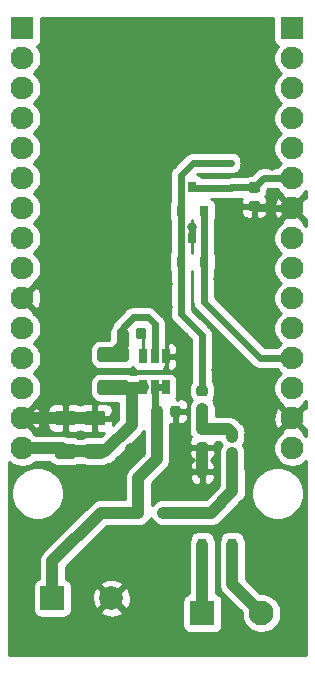
<source format=gtl>
G04 #@! TF.GenerationSoftware,KiCad,Pcbnew,5.1.5+dfsg1-2build2*
G04 #@! TF.CreationDate,2022-10-24T00:29:02+02:00*
G04 #@! TF.ProjectId,MBus_to_radio,4d427573-5f74-46f5-9f72-6164696f2e6b,rev?*
G04 #@! TF.SameCoordinates,Original*
G04 #@! TF.FileFunction,Copper,L1,Top*
G04 #@! TF.FilePolarity,Positive*
%FSLAX46Y46*%
G04 Gerber Fmt 4.6, Leading zero omitted, Abs format (unit mm)*
G04 Created by KiCad (PCBNEW 5.1.5+dfsg1-2build2) date 2022-10-24 00:29:02*
%MOMM*%
%LPD*%
G04 APERTURE LIST*
%ADD10C,2.100000*%
%ADD11R,2.100000X2.100000*%
%ADD12R,0.650000X1.220000*%
%ADD13C,0.100000*%
%ADD14R,0.800000X0.900000*%
%ADD15R,0.450000X0.600000*%
%ADD16R,0.700000X0.600000*%
%ADD17R,0.600000X0.450000*%
%ADD18R,0.800000X1.000000*%
%ADD19C,2.000000*%
%ADD20R,2.000000X2.000000*%
%ADD21C,1.930000*%
%ADD22R,1.930000X1.930000*%
%ADD23C,0.800000*%
%ADD24C,0.600000*%
%ADD25C,1.000000*%
%ADD26C,0.250000*%
%ADD27C,0.254000*%
G04 APERTURE END LIST*
D10*
X118030000Y-111760000D03*
D11*
X113030000Y-111760000D03*
D12*
X108041400Y-90017600D03*
X108991400Y-90017600D03*
X109941400Y-90017600D03*
X109941400Y-92637600D03*
X108991400Y-92637600D03*
X108041400Y-92637600D03*
G04 #@! TA.AperFunction,SMDPad,CuDef*
D13*
G36*
X113282291Y-94076953D02*
G01*
X113303526Y-94080103D01*
X113324350Y-94085319D01*
X113344562Y-94092551D01*
X113363968Y-94101730D01*
X113382381Y-94112766D01*
X113399624Y-94125554D01*
X113415530Y-94139970D01*
X113429946Y-94155876D01*
X113442734Y-94173119D01*
X113453770Y-94191532D01*
X113462949Y-94210938D01*
X113470181Y-94231150D01*
X113475397Y-94251974D01*
X113478547Y-94273209D01*
X113479600Y-94294650D01*
X113479600Y-94732150D01*
X113478547Y-94753591D01*
X113475397Y-94774826D01*
X113470181Y-94795650D01*
X113462949Y-94815862D01*
X113453770Y-94835268D01*
X113442734Y-94853681D01*
X113429946Y-94870924D01*
X113415530Y-94886830D01*
X113399624Y-94901246D01*
X113382381Y-94914034D01*
X113363968Y-94925070D01*
X113344562Y-94934249D01*
X113324350Y-94941481D01*
X113303526Y-94946697D01*
X113282291Y-94949847D01*
X113260850Y-94950900D01*
X112748350Y-94950900D01*
X112726909Y-94949847D01*
X112705674Y-94946697D01*
X112684850Y-94941481D01*
X112664638Y-94934249D01*
X112645232Y-94925070D01*
X112626819Y-94914034D01*
X112609576Y-94901246D01*
X112593670Y-94886830D01*
X112579254Y-94870924D01*
X112566466Y-94853681D01*
X112555430Y-94835268D01*
X112546251Y-94815862D01*
X112539019Y-94795650D01*
X112533803Y-94774826D01*
X112530653Y-94753591D01*
X112529600Y-94732150D01*
X112529600Y-94294650D01*
X112530653Y-94273209D01*
X112533803Y-94251974D01*
X112539019Y-94231150D01*
X112546251Y-94210938D01*
X112555430Y-94191532D01*
X112566466Y-94173119D01*
X112579254Y-94155876D01*
X112593670Y-94139970D01*
X112609576Y-94125554D01*
X112626819Y-94112766D01*
X112645232Y-94101730D01*
X112664638Y-94092551D01*
X112684850Y-94085319D01*
X112705674Y-94080103D01*
X112726909Y-94076953D01*
X112748350Y-94075900D01*
X113260850Y-94075900D01*
X113282291Y-94076953D01*
G37*
G04 #@! TD.AperFunction*
G04 #@! TA.AperFunction,SMDPad,CuDef*
G36*
X113282291Y-92501953D02*
G01*
X113303526Y-92505103D01*
X113324350Y-92510319D01*
X113344562Y-92517551D01*
X113363968Y-92526730D01*
X113382381Y-92537766D01*
X113399624Y-92550554D01*
X113415530Y-92564970D01*
X113429946Y-92580876D01*
X113442734Y-92598119D01*
X113453770Y-92616532D01*
X113462949Y-92635938D01*
X113470181Y-92656150D01*
X113475397Y-92676974D01*
X113478547Y-92698209D01*
X113479600Y-92719650D01*
X113479600Y-93157150D01*
X113478547Y-93178591D01*
X113475397Y-93199826D01*
X113470181Y-93220650D01*
X113462949Y-93240862D01*
X113453770Y-93260268D01*
X113442734Y-93278681D01*
X113429946Y-93295924D01*
X113415530Y-93311830D01*
X113399624Y-93326246D01*
X113382381Y-93339034D01*
X113363968Y-93350070D01*
X113344562Y-93359249D01*
X113324350Y-93366481D01*
X113303526Y-93371697D01*
X113282291Y-93374847D01*
X113260850Y-93375900D01*
X112748350Y-93375900D01*
X112726909Y-93374847D01*
X112705674Y-93371697D01*
X112684850Y-93366481D01*
X112664638Y-93359249D01*
X112645232Y-93350070D01*
X112626819Y-93339034D01*
X112609576Y-93326246D01*
X112593670Y-93311830D01*
X112579254Y-93295924D01*
X112566466Y-93278681D01*
X112555430Y-93260268D01*
X112546251Y-93240862D01*
X112539019Y-93220650D01*
X112533803Y-93199826D01*
X112530653Y-93178591D01*
X112529600Y-93157150D01*
X112529600Y-92719650D01*
X112530653Y-92698209D01*
X112533803Y-92676974D01*
X112539019Y-92656150D01*
X112546251Y-92635938D01*
X112555430Y-92616532D01*
X112566466Y-92598119D01*
X112579254Y-92580876D01*
X112593670Y-92564970D01*
X112609576Y-92550554D01*
X112626819Y-92537766D01*
X112645232Y-92526730D01*
X112664638Y-92517551D01*
X112684850Y-92510319D01*
X112705674Y-92505103D01*
X112726909Y-92501953D01*
X112748350Y-92500900D01*
X113260850Y-92500900D01*
X113282291Y-92501953D01*
G37*
G04 #@! TD.AperFunction*
G04 #@! TA.AperFunction,SMDPad,CuDef*
G36*
X113307691Y-97302753D02*
G01*
X113328926Y-97305903D01*
X113349750Y-97311119D01*
X113369962Y-97318351D01*
X113389368Y-97327530D01*
X113407781Y-97338566D01*
X113425024Y-97351354D01*
X113440930Y-97365770D01*
X113455346Y-97381676D01*
X113468134Y-97398919D01*
X113479170Y-97417332D01*
X113488349Y-97436738D01*
X113495581Y-97456950D01*
X113500797Y-97477774D01*
X113503947Y-97499009D01*
X113505000Y-97520450D01*
X113505000Y-97957950D01*
X113503947Y-97979391D01*
X113500797Y-98000626D01*
X113495581Y-98021450D01*
X113488349Y-98041662D01*
X113479170Y-98061068D01*
X113468134Y-98079481D01*
X113455346Y-98096724D01*
X113440930Y-98112630D01*
X113425024Y-98127046D01*
X113407781Y-98139834D01*
X113389368Y-98150870D01*
X113369962Y-98160049D01*
X113349750Y-98167281D01*
X113328926Y-98172497D01*
X113307691Y-98175647D01*
X113286250Y-98176700D01*
X112773750Y-98176700D01*
X112752309Y-98175647D01*
X112731074Y-98172497D01*
X112710250Y-98167281D01*
X112690038Y-98160049D01*
X112670632Y-98150870D01*
X112652219Y-98139834D01*
X112634976Y-98127046D01*
X112619070Y-98112630D01*
X112604654Y-98096724D01*
X112591866Y-98079481D01*
X112580830Y-98061068D01*
X112571651Y-98041662D01*
X112564419Y-98021450D01*
X112559203Y-98000626D01*
X112556053Y-97979391D01*
X112555000Y-97957950D01*
X112555000Y-97520450D01*
X112556053Y-97499009D01*
X112559203Y-97477774D01*
X112564419Y-97456950D01*
X112571651Y-97436738D01*
X112580830Y-97417332D01*
X112591866Y-97398919D01*
X112604654Y-97381676D01*
X112619070Y-97365770D01*
X112634976Y-97351354D01*
X112652219Y-97338566D01*
X112670632Y-97327530D01*
X112690038Y-97318351D01*
X112710250Y-97311119D01*
X112731074Y-97305903D01*
X112752309Y-97302753D01*
X112773750Y-97301700D01*
X113286250Y-97301700D01*
X113307691Y-97302753D01*
G37*
G04 #@! TD.AperFunction*
G04 #@! TA.AperFunction,SMDPad,CuDef*
G36*
X113307691Y-95727753D02*
G01*
X113328926Y-95730903D01*
X113349750Y-95736119D01*
X113369962Y-95743351D01*
X113389368Y-95752530D01*
X113407781Y-95763566D01*
X113425024Y-95776354D01*
X113440930Y-95790770D01*
X113455346Y-95806676D01*
X113468134Y-95823919D01*
X113479170Y-95842332D01*
X113488349Y-95861738D01*
X113495581Y-95881950D01*
X113500797Y-95902774D01*
X113503947Y-95924009D01*
X113505000Y-95945450D01*
X113505000Y-96382950D01*
X113503947Y-96404391D01*
X113500797Y-96425626D01*
X113495581Y-96446450D01*
X113488349Y-96466662D01*
X113479170Y-96486068D01*
X113468134Y-96504481D01*
X113455346Y-96521724D01*
X113440930Y-96537630D01*
X113425024Y-96552046D01*
X113407781Y-96564834D01*
X113389368Y-96575870D01*
X113369962Y-96585049D01*
X113349750Y-96592281D01*
X113328926Y-96597497D01*
X113307691Y-96600647D01*
X113286250Y-96601700D01*
X112773750Y-96601700D01*
X112752309Y-96600647D01*
X112731074Y-96597497D01*
X112710250Y-96592281D01*
X112690038Y-96585049D01*
X112670632Y-96575870D01*
X112652219Y-96564834D01*
X112634976Y-96552046D01*
X112619070Y-96537630D01*
X112604654Y-96521724D01*
X112591866Y-96504481D01*
X112580830Y-96486068D01*
X112571651Y-96466662D01*
X112564419Y-96446450D01*
X112559203Y-96425626D01*
X112556053Y-96404391D01*
X112555000Y-96382950D01*
X112555000Y-95945450D01*
X112556053Y-95924009D01*
X112559203Y-95902774D01*
X112564419Y-95881950D01*
X112571651Y-95861738D01*
X112580830Y-95842332D01*
X112591866Y-95823919D01*
X112604654Y-95806676D01*
X112619070Y-95790770D01*
X112634976Y-95776354D01*
X112652219Y-95763566D01*
X112670632Y-95752530D01*
X112690038Y-95743351D01*
X112710250Y-95736119D01*
X112731074Y-95730903D01*
X112752309Y-95727753D01*
X112773750Y-95726700D01*
X113286250Y-95726700D01*
X113307691Y-95727753D01*
G37*
G04 #@! TD.AperFunction*
D14*
X112179100Y-80000600D03*
X113129100Y-82000600D03*
X111229100Y-82000600D03*
X112179100Y-75704700D03*
X113129100Y-77704700D03*
X111229100Y-77704700D03*
G04 #@! TA.AperFunction,SMDPad,CuDef*
D13*
G36*
X106573004Y-92035404D02*
G01*
X106597273Y-92039004D01*
X106621071Y-92044965D01*
X106644171Y-92053230D01*
X106666349Y-92063720D01*
X106687393Y-92076333D01*
X106707098Y-92090947D01*
X106725277Y-92107423D01*
X106741753Y-92125602D01*
X106756367Y-92145307D01*
X106768980Y-92166351D01*
X106779470Y-92188529D01*
X106787735Y-92211629D01*
X106793696Y-92235427D01*
X106797296Y-92259696D01*
X106798500Y-92284200D01*
X106798500Y-93034200D01*
X106797296Y-93058704D01*
X106793696Y-93082973D01*
X106787735Y-93106771D01*
X106779470Y-93129871D01*
X106768980Y-93152049D01*
X106756367Y-93173093D01*
X106741753Y-93192798D01*
X106725277Y-93210977D01*
X106707098Y-93227453D01*
X106687393Y-93242067D01*
X106666349Y-93254680D01*
X106644171Y-93265170D01*
X106621071Y-93273435D01*
X106597273Y-93279396D01*
X106573004Y-93282996D01*
X106548500Y-93284200D01*
X104398500Y-93284200D01*
X104373996Y-93282996D01*
X104349727Y-93279396D01*
X104325929Y-93273435D01*
X104302829Y-93265170D01*
X104280651Y-93254680D01*
X104259607Y-93242067D01*
X104239902Y-93227453D01*
X104221723Y-93210977D01*
X104205247Y-93192798D01*
X104190633Y-93173093D01*
X104178020Y-93152049D01*
X104167530Y-93129871D01*
X104159265Y-93106771D01*
X104153304Y-93082973D01*
X104149704Y-93058704D01*
X104148500Y-93034200D01*
X104148500Y-92284200D01*
X104149704Y-92259696D01*
X104153304Y-92235427D01*
X104159265Y-92211629D01*
X104167530Y-92188529D01*
X104178020Y-92166351D01*
X104190633Y-92145307D01*
X104205247Y-92125602D01*
X104221723Y-92107423D01*
X104239902Y-92090947D01*
X104259607Y-92076333D01*
X104280651Y-92063720D01*
X104302829Y-92053230D01*
X104325929Y-92044965D01*
X104349727Y-92039004D01*
X104373996Y-92035404D01*
X104398500Y-92034200D01*
X106548500Y-92034200D01*
X106573004Y-92035404D01*
G37*
G04 #@! TD.AperFunction*
G04 #@! TA.AperFunction,SMDPad,CuDef*
G36*
X106573004Y-89235404D02*
G01*
X106597273Y-89239004D01*
X106621071Y-89244965D01*
X106644171Y-89253230D01*
X106666349Y-89263720D01*
X106687393Y-89276333D01*
X106707098Y-89290947D01*
X106725277Y-89307423D01*
X106741753Y-89325602D01*
X106756367Y-89345307D01*
X106768980Y-89366351D01*
X106779470Y-89388529D01*
X106787735Y-89411629D01*
X106793696Y-89435427D01*
X106797296Y-89459696D01*
X106798500Y-89484200D01*
X106798500Y-90234200D01*
X106797296Y-90258704D01*
X106793696Y-90282973D01*
X106787735Y-90306771D01*
X106779470Y-90329871D01*
X106768980Y-90352049D01*
X106756367Y-90373093D01*
X106741753Y-90392798D01*
X106725277Y-90410977D01*
X106707098Y-90427453D01*
X106687393Y-90442067D01*
X106666349Y-90454680D01*
X106644171Y-90465170D01*
X106621071Y-90473435D01*
X106597273Y-90479396D01*
X106573004Y-90482996D01*
X106548500Y-90484200D01*
X104398500Y-90484200D01*
X104373996Y-90482996D01*
X104349727Y-90479396D01*
X104325929Y-90473435D01*
X104302829Y-90465170D01*
X104280651Y-90454680D01*
X104259607Y-90442067D01*
X104239902Y-90427453D01*
X104221723Y-90410977D01*
X104205247Y-90392798D01*
X104190633Y-90373093D01*
X104178020Y-90352049D01*
X104167530Y-90329871D01*
X104159265Y-90306771D01*
X104153304Y-90282973D01*
X104149704Y-90258704D01*
X104148500Y-90234200D01*
X104148500Y-89484200D01*
X104149704Y-89459696D01*
X104153304Y-89435427D01*
X104159265Y-89411629D01*
X104167530Y-89388529D01*
X104178020Y-89366351D01*
X104190633Y-89345307D01*
X104205247Y-89325602D01*
X104221723Y-89307423D01*
X104239902Y-89290947D01*
X104259607Y-89276333D01*
X104280651Y-89263720D01*
X104302829Y-89253230D01*
X104325929Y-89244965D01*
X104349727Y-89239004D01*
X104373996Y-89235404D01*
X104398500Y-89234200D01*
X106548500Y-89234200D01*
X106573004Y-89235404D01*
G37*
G04 #@! TD.AperFunction*
D15*
X115417600Y-73638700D03*
X115417600Y-75738700D03*
D16*
X115544600Y-98221800D03*
X115544600Y-96821800D03*
D17*
X109711200Y-103238300D03*
X107611200Y-103238300D03*
D18*
X113030000Y-99795000D03*
X115570000Y-99795000D03*
X115570000Y-105945000D03*
X113030000Y-105945000D03*
G04 #@! TA.AperFunction,SMDPad,CuDef*
D13*
G36*
X117701891Y-75280953D02*
G01*
X117723126Y-75284103D01*
X117743950Y-75289319D01*
X117764162Y-75296551D01*
X117783568Y-75305730D01*
X117801981Y-75316766D01*
X117819224Y-75329554D01*
X117835130Y-75343970D01*
X117849546Y-75359876D01*
X117862334Y-75377119D01*
X117873370Y-75395532D01*
X117882549Y-75414938D01*
X117889781Y-75435150D01*
X117894997Y-75455974D01*
X117898147Y-75477209D01*
X117899200Y-75498650D01*
X117899200Y-75936150D01*
X117898147Y-75957591D01*
X117894997Y-75978826D01*
X117889781Y-75999650D01*
X117882549Y-76019862D01*
X117873370Y-76039268D01*
X117862334Y-76057681D01*
X117849546Y-76074924D01*
X117835130Y-76090830D01*
X117819224Y-76105246D01*
X117801981Y-76118034D01*
X117783568Y-76129070D01*
X117764162Y-76138249D01*
X117743950Y-76145481D01*
X117723126Y-76150697D01*
X117701891Y-76153847D01*
X117680450Y-76154900D01*
X117167950Y-76154900D01*
X117146509Y-76153847D01*
X117125274Y-76150697D01*
X117104450Y-76145481D01*
X117084238Y-76138249D01*
X117064832Y-76129070D01*
X117046419Y-76118034D01*
X117029176Y-76105246D01*
X117013270Y-76090830D01*
X116998854Y-76074924D01*
X116986066Y-76057681D01*
X116975030Y-76039268D01*
X116965851Y-76019862D01*
X116958619Y-75999650D01*
X116953403Y-75978826D01*
X116950253Y-75957591D01*
X116949200Y-75936150D01*
X116949200Y-75498650D01*
X116950253Y-75477209D01*
X116953403Y-75455974D01*
X116958619Y-75435150D01*
X116965851Y-75414938D01*
X116975030Y-75395532D01*
X116986066Y-75377119D01*
X116998854Y-75359876D01*
X117013270Y-75343970D01*
X117029176Y-75329554D01*
X117046419Y-75316766D01*
X117064832Y-75305730D01*
X117084238Y-75296551D01*
X117104450Y-75289319D01*
X117125274Y-75284103D01*
X117146509Y-75280953D01*
X117167950Y-75279900D01*
X117680450Y-75279900D01*
X117701891Y-75280953D01*
G37*
G04 #@! TD.AperFunction*
G04 #@! TA.AperFunction,SMDPad,CuDef*
G36*
X117701891Y-76855953D02*
G01*
X117723126Y-76859103D01*
X117743950Y-76864319D01*
X117764162Y-76871551D01*
X117783568Y-76880730D01*
X117801981Y-76891766D01*
X117819224Y-76904554D01*
X117835130Y-76918970D01*
X117849546Y-76934876D01*
X117862334Y-76952119D01*
X117873370Y-76970532D01*
X117882549Y-76989938D01*
X117889781Y-77010150D01*
X117894997Y-77030974D01*
X117898147Y-77052209D01*
X117899200Y-77073650D01*
X117899200Y-77511150D01*
X117898147Y-77532591D01*
X117894997Y-77553826D01*
X117889781Y-77574650D01*
X117882549Y-77594862D01*
X117873370Y-77614268D01*
X117862334Y-77632681D01*
X117849546Y-77649924D01*
X117835130Y-77665830D01*
X117819224Y-77680246D01*
X117801981Y-77693034D01*
X117783568Y-77704070D01*
X117764162Y-77713249D01*
X117743950Y-77720481D01*
X117723126Y-77725697D01*
X117701891Y-77728847D01*
X117680450Y-77729900D01*
X117167950Y-77729900D01*
X117146509Y-77728847D01*
X117125274Y-77725697D01*
X117104450Y-77720481D01*
X117084238Y-77713249D01*
X117064832Y-77704070D01*
X117046419Y-77693034D01*
X117029176Y-77680246D01*
X117013270Y-77665830D01*
X116998854Y-77649924D01*
X116986066Y-77632681D01*
X116975030Y-77614268D01*
X116965851Y-77594862D01*
X116958619Y-77574650D01*
X116953403Y-77553826D01*
X116950253Y-77532591D01*
X116949200Y-77511150D01*
X116949200Y-77073650D01*
X116950253Y-77052209D01*
X116953403Y-77030974D01*
X116958619Y-77010150D01*
X116965851Y-76989938D01*
X116975030Y-76970532D01*
X116986066Y-76952119D01*
X116998854Y-76934876D01*
X117013270Y-76918970D01*
X117029176Y-76904554D01*
X117046419Y-76891766D01*
X117064832Y-76880730D01*
X117084238Y-76871551D01*
X117104450Y-76864319D01*
X117125274Y-76859103D01*
X117146509Y-76855953D01*
X117167950Y-76854900D01*
X117680450Y-76854900D01*
X117701891Y-76855953D01*
G37*
G04 #@! TD.AperFunction*
G04 #@! TA.AperFunction,SMDPad,CuDef*
G36*
X104586304Y-97420204D02*
G01*
X104610573Y-97423804D01*
X104634371Y-97429765D01*
X104657471Y-97438030D01*
X104679649Y-97448520D01*
X104700693Y-97461133D01*
X104720398Y-97475747D01*
X104738577Y-97492223D01*
X104755053Y-97510402D01*
X104769667Y-97530107D01*
X104782280Y-97551151D01*
X104792770Y-97573329D01*
X104801035Y-97596429D01*
X104806996Y-97620227D01*
X104810596Y-97644496D01*
X104811800Y-97669000D01*
X104811800Y-98419000D01*
X104810596Y-98443504D01*
X104806996Y-98467773D01*
X104801035Y-98491571D01*
X104792770Y-98514671D01*
X104782280Y-98536849D01*
X104769667Y-98557893D01*
X104755053Y-98577598D01*
X104738577Y-98595777D01*
X104720398Y-98612253D01*
X104700693Y-98626867D01*
X104679649Y-98639480D01*
X104657471Y-98649970D01*
X104634371Y-98658235D01*
X104610573Y-98664196D01*
X104586304Y-98667796D01*
X104561800Y-98669000D01*
X103311800Y-98669000D01*
X103287296Y-98667796D01*
X103263027Y-98664196D01*
X103239229Y-98658235D01*
X103216129Y-98649970D01*
X103193951Y-98639480D01*
X103172907Y-98626867D01*
X103153202Y-98612253D01*
X103135023Y-98595777D01*
X103118547Y-98577598D01*
X103103933Y-98557893D01*
X103091320Y-98536849D01*
X103080830Y-98514671D01*
X103072565Y-98491571D01*
X103066604Y-98467773D01*
X103063004Y-98443504D01*
X103061800Y-98419000D01*
X103061800Y-97669000D01*
X103063004Y-97644496D01*
X103066604Y-97620227D01*
X103072565Y-97596429D01*
X103080830Y-97573329D01*
X103091320Y-97551151D01*
X103103933Y-97530107D01*
X103118547Y-97510402D01*
X103135023Y-97492223D01*
X103153202Y-97475747D01*
X103172907Y-97461133D01*
X103193951Y-97448520D01*
X103216129Y-97438030D01*
X103239229Y-97429765D01*
X103263027Y-97423804D01*
X103287296Y-97420204D01*
X103311800Y-97419000D01*
X104561800Y-97419000D01*
X104586304Y-97420204D01*
G37*
G04 #@! TD.AperFunction*
G04 #@! TA.AperFunction,SMDPad,CuDef*
G36*
X104586304Y-94620204D02*
G01*
X104610573Y-94623804D01*
X104634371Y-94629765D01*
X104657471Y-94638030D01*
X104679649Y-94648520D01*
X104700693Y-94661133D01*
X104720398Y-94675747D01*
X104738577Y-94692223D01*
X104755053Y-94710402D01*
X104769667Y-94730107D01*
X104782280Y-94751151D01*
X104792770Y-94773329D01*
X104801035Y-94796429D01*
X104806996Y-94820227D01*
X104810596Y-94844496D01*
X104811800Y-94869000D01*
X104811800Y-95619000D01*
X104810596Y-95643504D01*
X104806996Y-95667773D01*
X104801035Y-95691571D01*
X104792770Y-95714671D01*
X104782280Y-95736849D01*
X104769667Y-95757893D01*
X104755053Y-95777598D01*
X104738577Y-95795777D01*
X104720398Y-95812253D01*
X104700693Y-95826867D01*
X104679649Y-95839480D01*
X104657471Y-95849970D01*
X104634371Y-95858235D01*
X104610573Y-95864196D01*
X104586304Y-95867796D01*
X104561800Y-95869000D01*
X103311800Y-95869000D01*
X103287296Y-95867796D01*
X103263027Y-95864196D01*
X103239229Y-95858235D01*
X103216129Y-95849970D01*
X103193951Y-95839480D01*
X103172907Y-95826867D01*
X103153202Y-95812253D01*
X103135023Y-95795777D01*
X103118547Y-95777598D01*
X103103933Y-95757893D01*
X103091320Y-95736849D01*
X103080830Y-95714671D01*
X103072565Y-95691571D01*
X103066604Y-95667773D01*
X103063004Y-95643504D01*
X103061800Y-95619000D01*
X103061800Y-94869000D01*
X103063004Y-94844496D01*
X103066604Y-94820227D01*
X103072565Y-94796429D01*
X103080830Y-94773329D01*
X103091320Y-94751151D01*
X103103933Y-94730107D01*
X103118547Y-94710402D01*
X103135023Y-94692223D01*
X103153202Y-94675747D01*
X103172907Y-94661133D01*
X103193951Y-94648520D01*
X103216129Y-94638030D01*
X103239229Y-94629765D01*
X103263027Y-94623804D01*
X103287296Y-94620204D01*
X103311800Y-94619000D01*
X104561800Y-94619000D01*
X104586304Y-94620204D01*
G37*
G04 #@! TD.AperFunction*
G04 #@! TA.AperFunction,SMDPad,CuDef*
G36*
X102071704Y-97420204D02*
G01*
X102095973Y-97423804D01*
X102119771Y-97429765D01*
X102142871Y-97438030D01*
X102165049Y-97448520D01*
X102186093Y-97461133D01*
X102205798Y-97475747D01*
X102223977Y-97492223D01*
X102240453Y-97510402D01*
X102255067Y-97530107D01*
X102267680Y-97551151D01*
X102278170Y-97573329D01*
X102286435Y-97596429D01*
X102292396Y-97620227D01*
X102295996Y-97644496D01*
X102297200Y-97669000D01*
X102297200Y-98419000D01*
X102295996Y-98443504D01*
X102292396Y-98467773D01*
X102286435Y-98491571D01*
X102278170Y-98514671D01*
X102267680Y-98536849D01*
X102255067Y-98557893D01*
X102240453Y-98577598D01*
X102223977Y-98595777D01*
X102205798Y-98612253D01*
X102186093Y-98626867D01*
X102165049Y-98639480D01*
X102142871Y-98649970D01*
X102119771Y-98658235D01*
X102095973Y-98664196D01*
X102071704Y-98667796D01*
X102047200Y-98669000D01*
X100797200Y-98669000D01*
X100772696Y-98667796D01*
X100748427Y-98664196D01*
X100724629Y-98658235D01*
X100701529Y-98649970D01*
X100679351Y-98639480D01*
X100658307Y-98626867D01*
X100638602Y-98612253D01*
X100620423Y-98595777D01*
X100603947Y-98577598D01*
X100589333Y-98557893D01*
X100576720Y-98536849D01*
X100566230Y-98514671D01*
X100557965Y-98491571D01*
X100552004Y-98467773D01*
X100548404Y-98443504D01*
X100547200Y-98419000D01*
X100547200Y-97669000D01*
X100548404Y-97644496D01*
X100552004Y-97620227D01*
X100557965Y-97596429D01*
X100566230Y-97573329D01*
X100576720Y-97551151D01*
X100589333Y-97530107D01*
X100603947Y-97510402D01*
X100620423Y-97492223D01*
X100638602Y-97475747D01*
X100658307Y-97461133D01*
X100679351Y-97448520D01*
X100701529Y-97438030D01*
X100724629Y-97429765D01*
X100748427Y-97423804D01*
X100772696Y-97420204D01*
X100797200Y-97419000D01*
X102047200Y-97419000D01*
X102071704Y-97420204D01*
G37*
G04 #@! TD.AperFunction*
G04 #@! TA.AperFunction,SMDPad,CuDef*
G36*
X102071704Y-94620204D02*
G01*
X102095973Y-94623804D01*
X102119771Y-94629765D01*
X102142871Y-94638030D01*
X102165049Y-94648520D01*
X102186093Y-94661133D01*
X102205798Y-94675747D01*
X102223977Y-94692223D01*
X102240453Y-94710402D01*
X102255067Y-94730107D01*
X102267680Y-94751151D01*
X102278170Y-94773329D01*
X102286435Y-94796429D01*
X102292396Y-94820227D01*
X102295996Y-94844496D01*
X102297200Y-94869000D01*
X102297200Y-95619000D01*
X102295996Y-95643504D01*
X102292396Y-95667773D01*
X102286435Y-95691571D01*
X102278170Y-95714671D01*
X102267680Y-95736849D01*
X102255067Y-95757893D01*
X102240453Y-95777598D01*
X102223977Y-95795777D01*
X102205798Y-95812253D01*
X102186093Y-95826867D01*
X102165049Y-95839480D01*
X102142871Y-95849970D01*
X102119771Y-95858235D01*
X102095973Y-95864196D01*
X102071704Y-95867796D01*
X102047200Y-95869000D01*
X100797200Y-95869000D01*
X100772696Y-95867796D01*
X100748427Y-95864196D01*
X100724629Y-95858235D01*
X100701529Y-95849970D01*
X100679351Y-95839480D01*
X100658307Y-95826867D01*
X100638602Y-95812253D01*
X100620423Y-95795777D01*
X100603947Y-95777598D01*
X100589333Y-95757893D01*
X100576720Y-95736849D01*
X100566230Y-95714671D01*
X100557965Y-95691571D01*
X100552004Y-95667773D01*
X100548404Y-95643504D01*
X100547200Y-95619000D01*
X100547200Y-94869000D01*
X100548404Y-94844496D01*
X100552004Y-94820227D01*
X100557965Y-94796429D01*
X100566230Y-94773329D01*
X100576720Y-94751151D01*
X100589333Y-94730107D01*
X100603947Y-94710402D01*
X100620423Y-94692223D01*
X100638602Y-94675747D01*
X100658307Y-94661133D01*
X100679351Y-94648520D01*
X100701529Y-94638030D01*
X100724629Y-94629765D01*
X100748427Y-94623804D01*
X100772696Y-94620204D01*
X100797200Y-94619000D01*
X102047200Y-94619000D01*
X102071704Y-94620204D01*
G37*
G04 #@! TD.AperFunction*
G04 #@! TA.AperFunction,SMDPad,CuDef*
G36*
X106513791Y-87613253D02*
G01*
X106535026Y-87616403D01*
X106555850Y-87621619D01*
X106576062Y-87628851D01*
X106595468Y-87638030D01*
X106613881Y-87649066D01*
X106631124Y-87661854D01*
X106647030Y-87676270D01*
X106661446Y-87692176D01*
X106674234Y-87709419D01*
X106685270Y-87727832D01*
X106694449Y-87747238D01*
X106701681Y-87767450D01*
X106706897Y-87788274D01*
X106710047Y-87809509D01*
X106711100Y-87830950D01*
X106711100Y-88343450D01*
X106710047Y-88364891D01*
X106706897Y-88386126D01*
X106701681Y-88406950D01*
X106694449Y-88427162D01*
X106685270Y-88446568D01*
X106674234Y-88464981D01*
X106661446Y-88482224D01*
X106647030Y-88498130D01*
X106631124Y-88512546D01*
X106613881Y-88525334D01*
X106595468Y-88536370D01*
X106576062Y-88545549D01*
X106555850Y-88552781D01*
X106535026Y-88557997D01*
X106513791Y-88561147D01*
X106492350Y-88562200D01*
X106054850Y-88562200D01*
X106033409Y-88561147D01*
X106012174Y-88557997D01*
X105991350Y-88552781D01*
X105971138Y-88545549D01*
X105951732Y-88536370D01*
X105933319Y-88525334D01*
X105916076Y-88512546D01*
X105900170Y-88498130D01*
X105885754Y-88482224D01*
X105872966Y-88464981D01*
X105861930Y-88446568D01*
X105852751Y-88427162D01*
X105845519Y-88406950D01*
X105840303Y-88386126D01*
X105837153Y-88364891D01*
X105836100Y-88343450D01*
X105836100Y-87830950D01*
X105837153Y-87809509D01*
X105840303Y-87788274D01*
X105845519Y-87767450D01*
X105852751Y-87747238D01*
X105861930Y-87727832D01*
X105872966Y-87709419D01*
X105885754Y-87692176D01*
X105900170Y-87676270D01*
X105916076Y-87661854D01*
X105933319Y-87649066D01*
X105951732Y-87638030D01*
X105971138Y-87628851D01*
X105991350Y-87621619D01*
X106012174Y-87616403D01*
X106033409Y-87613253D01*
X106054850Y-87612200D01*
X106492350Y-87612200D01*
X106513791Y-87613253D01*
G37*
G04 #@! TD.AperFunction*
G04 #@! TA.AperFunction,SMDPad,CuDef*
G36*
X108088791Y-87613253D02*
G01*
X108110026Y-87616403D01*
X108130850Y-87621619D01*
X108151062Y-87628851D01*
X108170468Y-87638030D01*
X108188881Y-87649066D01*
X108206124Y-87661854D01*
X108222030Y-87676270D01*
X108236446Y-87692176D01*
X108249234Y-87709419D01*
X108260270Y-87727832D01*
X108269449Y-87747238D01*
X108276681Y-87767450D01*
X108281897Y-87788274D01*
X108285047Y-87809509D01*
X108286100Y-87830950D01*
X108286100Y-88343450D01*
X108285047Y-88364891D01*
X108281897Y-88386126D01*
X108276681Y-88406950D01*
X108269449Y-88427162D01*
X108260270Y-88446568D01*
X108249234Y-88464981D01*
X108236446Y-88482224D01*
X108222030Y-88498130D01*
X108206124Y-88512546D01*
X108188881Y-88525334D01*
X108170468Y-88536370D01*
X108151062Y-88545549D01*
X108130850Y-88552781D01*
X108110026Y-88557997D01*
X108088791Y-88561147D01*
X108067350Y-88562200D01*
X107629850Y-88562200D01*
X107608409Y-88561147D01*
X107587174Y-88557997D01*
X107566350Y-88552781D01*
X107546138Y-88545549D01*
X107526732Y-88536370D01*
X107508319Y-88525334D01*
X107491076Y-88512546D01*
X107475170Y-88498130D01*
X107460754Y-88482224D01*
X107447966Y-88464981D01*
X107436930Y-88446568D01*
X107427751Y-88427162D01*
X107420519Y-88406950D01*
X107415303Y-88386126D01*
X107412153Y-88364891D01*
X107411100Y-88343450D01*
X107411100Y-87830950D01*
X107412153Y-87809509D01*
X107415303Y-87788274D01*
X107420519Y-87767450D01*
X107427751Y-87747238D01*
X107436930Y-87727832D01*
X107447966Y-87709419D01*
X107460754Y-87692176D01*
X107475170Y-87676270D01*
X107491076Y-87661854D01*
X107508319Y-87649066D01*
X107526732Y-87638030D01*
X107546138Y-87628851D01*
X107566350Y-87621619D01*
X107587174Y-87616403D01*
X107608409Y-87613253D01*
X107629850Y-87612200D01*
X108067350Y-87612200D01*
X108088791Y-87613253D01*
G37*
G04 #@! TD.AperFunction*
G04 #@! TA.AperFunction,SMDPad,CuDef*
G36*
X109422091Y-94191853D02*
G01*
X109443326Y-94195003D01*
X109464150Y-94200219D01*
X109484362Y-94207451D01*
X109503768Y-94216630D01*
X109522181Y-94227666D01*
X109539424Y-94240454D01*
X109555330Y-94254870D01*
X109569746Y-94270776D01*
X109582534Y-94288019D01*
X109593570Y-94306432D01*
X109602749Y-94325838D01*
X109609981Y-94346050D01*
X109615197Y-94366874D01*
X109618347Y-94388109D01*
X109619400Y-94409550D01*
X109619400Y-94922050D01*
X109618347Y-94943491D01*
X109615197Y-94964726D01*
X109609981Y-94985550D01*
X109602749Y-95005762D01*
X109593570Y-95025168D01*
X109582534Y-95043581D01*
X109569746Y-95060824D01*
X109555330Y-95076730D01*
X109539424Y-95091146D01*
X109522181Y-95103934D01*
X109503768Y-95114970D01*
X109484362Y-95124149D01*
X109464150Y-95131381D01*
X109443326Y-95136597D01*
X109422091Y-95139747D01*
X109400650Y-95140800D01*
X108963150Y-95140800D01*
X108941709Y-95139747D01*
X108920474Y-95136597D01*
X108899650Y-95131381D01*
X108879438Y-95124149D01*
X108860032Y-95114970D01*
X108841619Y-95103934D01*
X108824376Y-95091146D01*
X108808470Y-95076730D01*
X108794054Y-95060824D01*
X108781266Y-95043581D01*
X108770230Y-95025168D01*
X108761051Y-95005762D01*
X108753819Y-94985550D01*
X108748603Y-94964726D01*
X108745453Y-94943491D01*
X108744400Y-94922050D01*
X108744400Y-94409550D01*
X108745453Y-94388109D01*
X108748603Y-94366874D01*
X108753819Y-94346050D01*
X108761051Y-94325838D01*
X108770230Y-94306432D01*
X108781266Y-94288019D01*
X108794054Y-94270776D01*
X108808470Y-94254870D01*
X108824376Y-94240454D01*
X108841619Y-94227666D01*
X108860032Y-94216630D01*
X108879438Y-94207451D01*
X108899650Y-94200219D01*
X108920474Y-94195003D01*
X108941709Y-94191853D01*
X108963150Y-94190800D01*
X109400650Y-94190800D01*
X109422091Y-94191853D01*
G37*
G04 #@! TD.AperFunction*
G04 #@! TA.AperFunction,SMDPad,CuDef*
G36*
X110997091Y-94191853D02*
G01*
X111018326Y-94195003D01*
X111039150Y-94200219D01*
X111059362Y-94207451D01*
X111078768Y-94216630D01*
X111097181Y-94227666D01*
X111114424Y-94240454D01*
X111130330Y-94254870D01*
X111144746Y-94270776D01*
X111157534Y-94288019D01*
X111168570Y-94306432D01*
X111177749Y-94325838D01*
X111184981Y-94346050D01*
X111190197Y-94366874D01*
X111193347Y-94388109D01*
X111194400Y-94409550D01*
X111194400Y-94922050D01*
X111193347Y-94943491D01*
X111190197Y-94964726D01*
X111184981Y-94985550D01*
X111177749Y-95005762D01*
X111168570Y-95025168D01*
X111157534Y-95043581D01*
X111144746Y-95060824D01*
X111130330Y-95076730D01*
X111114424Y-95091146D01*
X111097181Y-95103934D01*
X111078768Y-95114970D01*
X111059362Y-95124149D01*
X111039150Y-95131381D01*
X111018326Y-95136597D01*
X110997091Y-95139747D01*
X110975650Y-95140800D01*
X110538150Y-95140800D01*
X110516709Y-95139747D01*
X110495474Y-95136597D01*
X110474650Y-95131381D01*
X110454438Y-95124149D01*
X110435032Y-95114970D01*
X110416619Y-95103934D01*
X110399376Y-95091146D01*
X110383470Y-95076730D01*
X110369054Y-95060824D01*
X110356266Y-95043581D01*
X110345230Y-95025168D01*
X110336051Y-95005762D01*
X110328819Y-94985550D01*
X110323603Y-94964726D01*
X110320453Y-94943491D01*
X110319400Y-94922050D01*
X110319400Y-94409550D01*
X110320453Y-94388109D01*
X110323603Y-94366874D01*
X110328819Y-94346050D01*
X110336051Y-94325838D01*
X110345230Y-94306432D01*
X110356266Y-94288019D01*
X110369054Y-94270776D01*
X110383470Y-94254870D01*
X110399376Y-94240454D01*
X110416619Y-94227666D01*
X110435032Y-94216630D01*
X110454438Y-94207451D01*
X110474650Y-94200219D01*
X110495474Y-94195003D01*
X110516709Y-94191853D01*
X110538150Y-94190800D01*
X110975650Y-94190800D01*
X110997091Y-94191853D01*
G37*
G04 #@! TD.AperFunction*
D19*
X105330000Y-110490000D03*
D20*
X100330000Y-110490000D03*
D21*
X120650000Y-97790000D03*
X120650000Y-95250000D03*
X120650000Y-92710000D03*
X120650000Y-90170000D03*
X120650000Y-87630000D03*
X120650000Y-85090000D03*
X120650000Y-82550000D03*
X120650000Y-80010000D03*
X120650000Y-77470000D03*
X120650000Y-74930000D03*
X120650000Y-72390000D03*
X120650000Y-69850000D03*
X120650000Y-67310000D03*
X120650000Y-64770000D03*
D22*
X120650000Y-62230000D03*
D21*
X97790000Y-97790000D03*
X97790000Y-95250000D03*
X97790000Y-92710000D03*
X97790000Y-90170000D03*
X97790000Y-87630000D03*
X97790000Y-85090000D03*
X97790000Y-82550000D03*
X97790000Y-80010000D03*
X97790000Y-77470000D03*
X97790000Y-74930000D03*
X97790000Y-72390000D03*
X97790000Y-69850000D03*
X97790000Y-67310000D03*
X97790000Y-64770000D03*
D22*
X97790000Y-62230000D03*
D23*
X109397800Y-101028500D03*
X113055400Y-101752400D03*
X111125000Y-101041200D03*
X111226600Y-97891600D03*
X111506000Y-92735400D03*
X111188500Y-96494600D03*
X102971600Y-101066600D03*
X104902000Y-101066600D03*
X102857300Y-92748100D03*
X101257100Y-92837000D03*
X110566200Y-88074500D03*
X111569500Y-89789000D03*
X112179100Y-79070200D03*
X114388900Y-83489800D03*
X114706400Y-79171800D03*
X117449600Y-78930500D03*
X118706900Y-78943200D03*
X100291900Y-62000000D03*
X103492300Y-62000000D03*
X106641900Y-62000000D03*
X109461300Y-62000000D03*
X112382300Y-62000000D03*
X115379500Y-62000000D03*
X118059200Y-62000000D03*
X114693700Y-84899500D03*
X115912900Y-86347300D03*
X117335300Y-87668100D03*
X118262400Y-88760300D03*
X114757200Y-89319100D03*
X110109000Y-83883500D03*
X110109000Y-85877400D03*
X114198400Y-91198700D03*
X116268500Y-90335100D03*
X118338600Y-91427300D03*
X115658900Y-94919800D03*
X109562900Y-78955900D03*
X110045500Y-73837800D03*
X111404400Y-72504300D03*
X113626900Y-72224900D03*
X118922800Y-73863200D03*
X115836700Y-72326500D03*
X104609900Y-88112600D03*
X103212900Y-88544400D03*
X106591100Y-85331300D03*
X108483400Y-85483700D03*
X104978200Y-85737700D03*
X101688900Y-91325700D03*
X105600500Y-94945200D03*
X106921300Y-97777300D03*
X110769400Y-99580700D03*
X109626400Y-75501500D03*
D24*
X118211600Y-74930000D02*
X117424200Y-75717400D01*
X120650000Y-74930000D02*
X118211600Y-74930000D01*
X115438900Y-75717400D02*
X115417600Y-75738700D01*
X117424200Y-75717400D02*
X115438900Y-75717400D01*
X112213100Y-75738700D02*
X112179100Y-75704700D01*
X115417600Y-75738700D02*
X112213100Y-75738700D01*
D25*
X113030000Y-99795000D02*
X113030000Y-97739200D01*
X101416200Y-95250000D02*
X101422200Y-95244000D01*
X97790000Y-95250000D02*
X101416200Y-95250000D01*
X103936800Y-95244000D02*
X101422200Y-95244000D01*
D24*
X117601800Y-77470000D02*
X117424200Y-77292400D01*
X120650000Y-77470000D02*
X117601800Y-77470000D01*
X112179100Y-80000600D02*
X112179100Y-79070200D01*
X113129100Y-77704700D02*
X113129100Y-82000600D01*
X113129100Y-82000600D02*
X113129100Y-85392300D01*
X117906800Y-90170000D02*
X120650000Y-90170000D01*
X113129100Y-85392300D02*
X117906800Y-90170000D01*
D25*
X101168200Y-97790000D02*
X101422200Y-98044000D01*
X97790000Y-97790000D02*
X101168200Y-97790000D01*
X103936800Y-98044000D02*
X101422200Y-98044000D01*
X107944799Y-92659200D02*
X107966399Y-92637600D01*
X104811800Y-98044000D02*
X107061000Y-95794800D01*
X107061000Y-95794800D02*
X107061000Y-92671900D01*
X103936800Y-98044000D02*
X104811800Y-98044000D01*
X107061000Y-92671900D02*
X107944799Y-92659200D01*
X105473500Y-92659200D02*
X107061000Y-92671900D01*
D24*
X108991400Y-92637600D02*
X109941400Y-92637600D01*
D25*
X109181900Y-98729800D02*
X109181900Y-94665800D01*
D24*
X108991400Y-94475300D02*
X109181900Y-94665800D01*
X108991400Y-92637600D02*
X108991400Y-94475300D01*
D25*
X100330000Y-107365800D02*
X100330000Y-110490000D01*
X104457500Y-103238300D02*
X100330000Y-107365800D01*
X107611200Y-103238300D02*
X104457500Y-103238300D01*
X107611200Y-102013300D02*
X107619800Y-102004700D01*
X107611200Y-103238300D02*
X107611200Y-102013300D01*
X107619800Y-100291900D02*
X109181900Y-98729800D01*
X107619800Y-102004700D02*
X107619800Y-100291900D01*
X106273600Y-89059100D02*
X105473500Y-89859200D01*
X106273600Y-88087200D02*
X106273600Y-89059100D01*
D24*
X106273600Y-87612200D02*
X106273600Y-88087200D01*
X107182900Y-86702900D02*
X106273600Y-87612200D01*
X108394500Y-86702900D02*
X107182900Y-86702900D01*
X108991400Y-87299800D02*
X108394500Y-86702900D01*
X108991400Y-90017600D02*
X108991400Y-87299800D01*
D26*
X108041400Y-88280000D02*
X107848600Y-88087200D01*
X108041400Y-90017600D02*
X108041400Y-88280000D01*
D25*
X115544600Y-99769600D02*
X115570000Y-99795000D01*
X115544600Y-98221800D02*
X115544600Y-99769600D01*
X113779300Y-103238300D02*
X109711200Y-103238300D01*
X115570000Y-101447600D02*
X113779300Y-103238300D01*
X115570000Y-99795000D02*
X115570000Y-101447600D01*
X115570000Y-109300000D02*
X118030000Y-111760000D01*
X115570000Y-105945000D02*
X115570000Y-109300000D01*
X113030000Y-105945000D02*
X113030000Y-111760000D01*
X113030000Y-94538800D02*
X113004600Y-94513400D01*
X113030000Y-96164200D02*
X113030000Y-94538800D01*
X115544600Y-96821800D02*
X115544600Y-96469200D01*
X115239600Y-96164200D02*
X113030000Y-96164200D01*
X115544600Y-96469200D02*
X115239600Y-96164200D01*
D24*
X113004600Y-88226900D02*
X112179100Y-87401400D01*
X113004600Y-92938400D02*
X113004600Y-88226900D01*
X114592600Y-73638700D02*
X114588500Y-73634600D01*
X115417600Y-73638700D02*
X114592600Y-73638700D01*
X114588500Y-73634600D02*
X112229900Y-73634600D01*
X111229100Y-74635400D02*
X111229100Y-77704700D01*
X112229900Y-73634600D02*
X111229100Y-74635400D01*
X111229100Y-77704700D02*
X111229100Y-82000600D01*
X112179100Y-87401400D02*
X112166400Y-87401400D01*
X111229100Y-86464100D02*
X111229100Y-82000600D01*
X112166400Y-87401400D02*
X111229100Y-86464100D01*
D27*
G36*
X112194100Y-82796745D02*
G01*
X112194101Y-85346358D01*
X112189576Y-85392300D01*
X112207629Y-85575591D01*
X112213849Y-85596094D01*
X112261094Y-85751840D01*
X112347915Y-85914272D01*
X112464757Y-86056644D01*
X112500436Y-86085925D01*
X117213175Y-90798664D01*
X117242456Y-90834344D01*
X117384828Y-90951186D01*
X117547260Y-91038007D01*
X117670043Y-91075253D01*
X117723507Y-91091471D01*
X117906799Y-91109524D01*
X117952731Y-91105000D01*
X119350443Y-91105000D01*
X119407199Y-91189941D01*
X119630059Y-91412801D01*
X119670765Y-91440000D01*
X119630059Y-91467199D01*
X119407199Y-91690059D01*
X119232098Y-91952116D01*
X119111487Y-92243297D01*
X119050000Y-92552414D01*
X119050000Y-92867586D01*
X119111487Y-93176703D01*
X119232098Y-93467884D01*
X119407199Y-93729941D01*
X119630059Y-93952801D01*
X119755319Y-94036497D01*
X119719153Y-94139548D01*
X120650000Y-95070395D01*
X121580847Y-94139548D01*
X121544681Y-94036497D01*
X121669941Y-93952801D01*
X121840000Y-93782742D01*
X121840000Y-94347071D01*
X121760452Y-94319153D01*
X120829605Y-95250000D01*
X121760452Y-96180847D01*
X121840000Y-96152929D01*
X121840000Y-96717258D01*
X121669941Y-96547199D01*
X121544681Y-96463503D01*
X121580847Y-96360452D01*
X120650000Y-95429605D01*
X119719153Y-96360452D01*
X119755319Y-96463503D01*
X119630059Y-96547199D01*
X119407199Y-96770059D01*
X119232098Y-97032116D01*
X119111487Y-97323297D01*
X119050000Y-97632414D01*
X119050000Y-97947586D01*
X119111487Y-98256703D01*
X119232098Y-98547884D01*
X119407199Y-98809941D01*
X119630059Y-99032801D01*
X119892116Y-99207902D01*
X120183297Y-99328513D01*
X120492414Y-99390000D01*
X120807586Y-99390000D01*
X121116703Y-99328513D01*
X121407884Y-99207902D01*
X121669941Y-99032801D01*
X121840000Y-98862742D01*
X121840000Y-115340000D01*
X96660000Y-115340000D01*
X96660000Y-101379872D01*
X96825000Y-101379872D01*
X96825000Y-101820128D01*
X96910890Y-102251925D01*
X97079369Y-102658669D01*
X97323962Y-103024729D01*
X97635271Y-103336038D01*
X98001331Y-103580631D01*
X98408075Y-103749110D01*
X98839872Y-103835000D01*
X99280128Y-103835000D01*
X99711925Y-103749110D01*
X100118669Y-103580631D01*
X100484729Y-103336038D01*
X100796038Y-103024729D01*
X101040631Y-102658669D01*
X101209110Y-102251925D01*
X101295000Y-101820128D01*
X101295000Y-101379872D01*
X101209110Y-100948075D01*
X101040631Y-100541331D01*
X100796038Y-100175271D01*
X100484729Y-99863962D01*
X100118669Y-99619369D01*
X99711925Y-99450890D01*
X99280128Y-99365000D01*
X98839872Y-99365000D01*
X98408075Y-99450890D01*
X98001331Y-99619369D01*
X97635271Y-99863962D01*
X97323962Y-100175271D01*
X97079369Y-100541331D01*
X96910890Y-100948075D01*
X96825000Y-101379872D01*
X96660000Y-101379872D01*
X96660000Y-98922742D01*
X96770059Y-99032801D01*
X97032116Y-99207902D01*
X97323297Y-99328513D01*
X97632414Y-99390000D01*
X97947586Y-99390000D01*
X98256703Y-99328513D01*
X98547884Y-99207902D01*
X98809941Y-99032801D01*
X98917742Y-98925000D01*
X100069147Y-98925000D01*
X100169238Y-99046962D01*
X100303814Y-99157405D01*
X100457350Y-99239472D01*
X100623946Y-99290008D01*
X100797200Y-99307072D01*
X102047200Y-99307072D01*
X102220454Y-99290008D01*
X102387050Y-99239472D01*
X102500185Y-99179000D01*
X102858815Y-99179000D01*
X102971950Y-99239472D01*
X103138546Y-99290008D01*
X103311800Y-99307072D01*
X104561800Y-99307072D01*
X104735054Y-99290008D01*
X104901650Y-99239472D01*
X105055186Y-99157405D01*
X105057436Y-99155558D01*
X105248247Y-99097676D01*
X105445423Y-98992284D01*
X105618249Y-98850449D01*
X105653796Y-98807135D01*
X107824141Y-96636791D01*
X107867449Y-96601249D01*
X108009284Y-96428423D01*
X108046901Y-96358047D01*
X108046900Y-98259668D01*
X106856660Y-99449909D01*
X106813352Y-99485451D01*
X106671517Y-99658277D01*
X106628237Y-99739249D01*
X106566124Y-99855454D01*
X106501223Y-100069402D01*
X106479309Y-100291900D01*
X106484800Y-100347651D01*
X106484800Y-101870231D01*
X106470709Y-102013300D01*
X106476200Y-102069051D01*
X106476200Y-102103300D01*
X104513241Y-102103300D01*
X104457499Y-102097810D01*
X104401757Y-102103300D01*
X104401748Y-102103300D01*
X104235001Y-102119723D01*
X104021053Y-102184624D01*
X103823877Y-102290016D01*
X103651051Y-102431851D01*
X103615511Y-102475157D01*
X99566865Y-106523804D01*
X99523551Y-106559351D01*
X99381716Y-106732177D01*
X99294053Y-106896185D01*
X99276324Y-106929354D01*
X99211423Y-107143302D01*
X99189509Y-107365800D01*
X99195000Y-107421552D01*
X99195000Y-108867378D01*
X99085820Y-108900498D01*
X98975506Y-108959463D01*
X98878815Y-109038815D01*
X98799463Y-109135506D01*
X98740498Y-109245820D01*
X98704188Y-109365518D01*
X98691928Y-109490000D01*
X98691928Y-111490000D01*
X98704188Y-111614482D01*
X98740498Y-111734180D01*
X98799463Y-111844494D01*
X98878815Y-111941185D01*
X98975506Y-112020537D01*
X99085820Y-112079502D01*
X99205518Y-112115812D01*
X99330000Y-112128072D01*
X101330000Y-112128072D01*
X101454482Y-112115812D01*
X101574180Y-112079502D01*
X101684494Y-112020537D01*
X101781185Y-111941185D01*
X101860537Y-111844494D01*
X101919502Y-111734180D01*
X101952496Y-111625413D01*
X104374192Y-111625413D01*
X104469956Y-111889814D01*
X104759571Y-112030704D01*
X105071108Y-112112384D01*
X105392595Y-112131718D01*
X105711675Y-112087961D01*
X106016088Y-111982795D01*
X106190044Y-111889814D01*
X106285808Y-111625413D01*
X105330000Y-110669605D01*
X104374192Y-111625413D01*
X101952496Y-111625413D01*
X101955812Y-111614482D01*
X101968072Y-111490000D01*
X101968072Y-110552595D01*
X103688282Y-110552595D01*
X103732039Y-110871675D01*
X103837205Y-111176088D01*
X103930186Y-111350044D01*
X104194587Y-111445808D01*
X105150395Y-110490000D01*
X105509605Y-110490000D01*
X106465413Y-111445808D01*
X106729814Y-111350044D01*
X106870704Y-111060429D01*
X106952384Y-110748892D01*
X106954722Y-110710000D01*
X111341928Y-110710000D01*
X111341928Y-112810000D01*
X111354188Y-112934482D01*
X111390498Y-113054180D01*
X111449463Y-113164494D01*
X111528815Y-113261185D01*
X111625506Y-113340537D01*
X111735820Y-113399502D01*
X111855518Y-113435812D01*
X111980000Y-113448072D01*
X114080000Y-113448072D01*
X114204482Y-113435812D01*
X114324180Y-113399502D01*
X114434494Y-113340537D01*
X114531185Y-113261185D01*
X114610537Y-113164494D01*
X114669502Y-113054180D01*
X114705812Y-112934482D01*
X114718072Y-112810000D01*
X114718072Y-110710000D01*
X114705812Y-110585518D01*
X114669502Y-110465820D01*
X114610537Y-110355506D01*
X114531185Y-110258815D01*
X114434494Y-110179463D01*
X114324180Y-110120498D01*
X114204482Y-110084188D01*
X114165000Y-110080299D01*
X114165000Y-109300000D01*
X114429509Y-109300000D01*
X114451423Y-109522498D01*
X114516324Y-109736446D01*
X114565384Y-109828230D01*
X114621717Y-109933623D01*
X114763552Y-110106449D01*
X114806860Y-110141991D01*
X116345000Y-111680132D01*
X116345000Y-111925958D01*
X116409754Y-112251496D01*
X116536772Y-112558147D01*
X116721175Y-112834125D01*
X116955875Y-113068825D01*
X117231853Y-113253228D01*
X117538504Y-113380246D01*
X117864042Y-113445000D01*
X118195958Y-113445000D01*
X118521496Y-113380246D01*
X118828147Y-113253228D01*
X119104125Y-113068825D01*
X119338825Y-112834125D01*
X119523228Y-112558147D01*
X119650246Y-112251496D01*
X119715000Y-111925958D01*
X119715000Y-111594042D01*
X119650246Y-111268504D01*
X119523228Y-110961853D01*
X119338825Y-110685875D01*
X119104125Y-110451175D01*
X118828147Y-110266772D01*
X118521496Y-110139754D01*
X118195958Y-110075000D01*
X117950132Y-110075000D01*
X116705000Y-108829869D01*
X116705000Y-105889248D01*
X116688577Y-105722501D01*
X116623676Y-105508553D01*
X116608072Y-105479360D01*
X116608072Y-105445000D01*
X116595812Y-105320518D01*
X116559502Y-105200820D01*
X116500537Y-105090506D01*
X116421185Y-104993815D01*
X116324494Y-104914463D01*
X116214180Y-104855498D01*
X116094482Y-104819188D01*
X115970000Y-104806928D01*
X115594561Y-104806928D01*
X115570000Y-104804509D01*
X115545439Y-104806928D01*
X115170000Y-104806928D01*
X115045518Y-104819188D01*
X114925820Y-104855498D01*
X114815506Y-104914463D01*
X114718815Y-104993815D01*
X114639463Y-105090506D01*
X114580498Y-105200820D01*
X114544188Y-105320518D01*
X114531928Y-105445000D01*
X114531928Y-105479361D01*
X114516324Y-105508554D01*
X114451423Y-105722502D01*
X114435000Y-105889249D01*
X114435001Y-109244239D01*
X114429509Y-109300000D01*
X114165000Y-109300000D01*
X114165000Y-105889248D01*
X114148577Y-105722501D01*
X114083676Y-105508553D01*
X114068072Y-105479360D01*
X114068072Y-105445000D01*
X114055812Y-105320518D01*
X114019502Y-105200820D01*
X113960537Y-105090506D01*
X113881185Y-104993815D01*
X113784494Y-104914463D01*
X113674180Y-104855498D01*
X113554482Y-104819188D01*
X113430000Y-104806928D01*
X113054561Y-104806928D01*
X113030000Y-104804509D01*
X113005439Y-104806928D01*
X112630000Y-104806928D01*
X112505518Y-104819188D01*
X112385820Y-104855498D01*
X112275506Y-104914463D01*
X112178815Y-104993815D01*
X112099463Y-105090506D01*
X112040498Y-105200820D01*
X112004188Y-105320518D01*
X111991928Y-105445000D01*
X111991928Y-105479361D01*
X111976324Y-105508554D01*
X111911423Y-105722502D01*
X111895000Y-105889249D01*
X111895001Y-110080299D01*
X111855518Y-110084188D01*
X111735820Y-110120498D01*
X111625506Y-110179463D01*
X111528815Y-110258815D01*
X111449463Y-110355506D01*
X111390498Y-110465820D01*
X111354188Y-110585518D01*
X111341928Y-110710000D01*
X106954722Y-110710000D01*
X106971718Y-110427405D01*
X106927961Y-110108325D01*
X106822795Y-109803912D01*
X106729814Y-109629956D01*
X106465413Y-109534192D01*
X105509605Y-110490000D01*
X105150395Y-110490000D01*
X104194587Y-109534192D01*
X103930186Y-109629956D01*
X103789296Y-109919571D01*
X103707616Y-110231108D01*
X103688282Y-110552595D01*
X101968072Y-110552595D01*
X101968072Y-109490000D01*
X101955812Y-109365518D01*
X101952497Y-109354587D01*
X104374192Y-109354587D01*
X105330000Y-110310395D01*
X106285808Y-109354587D01*
X106190044Y-109090186D01*
X105900429Y-108949296D01*
X105588892Y-108867616D01*
X105267405Y-108848282D01*
X104948325Y-108892039D01*
X104643912Y-108997205D01*
X104469956Y-109090186D01*
X104374192Y-109354587D01*
X101952497Y-109354587D01*
X101919502Y-109245820D01*
X101860537Y-109135506D01*
X101781185Y-109038815D01*
X101684494Y-108959463D01*
X101574180Y-108900498D01*
X101465000Y-108867379D01*
X101465000Y-107835931D01*
X104927632Y-104373300D01*
X107555448Y-104373300D01*
X107611200Y-104378791D01*
X107666951Y-104373300D01*
X107666952Y-104373300D01*
X107833699Y-104356877D01*
X108047647Y-104291976D01*
X108244823Y-104186584D01*
X108417649Y-104044749D01*
X108559484Y-103871923D01*
X108661200Y-103681624D01*
X108762916Y-103871923D01*
X108904751Y-104044749D01*
X109077577Y-104186584D01*
X109274753Y-104291976D01*
X109488701Y-104356877D01*
X109655448Y-104373300D01*
X113723549Y-104373300D01*
X113779300Y-104378791D01*
X113835051Y-104373300D01*
X113835052Y-104373300D01*
X114001799Y-104356877D01*
X114215747Y-104291976D01*
X114412923Y-104186584D01*
X114585749Y-104044749D01*
X114621296Y-104001435D01*
X116333140Y-102289591D01*
X116376449Y-102254049D01*
X116518284Y-102081223D01*
X116623676Y-101884047D01*
X116688577Y-101670099D01*
X116705000Y-101503352D01*
X116705000Y-101503345D01*
X116710490Y-101447601D01*
X116705000Y-101391857D01*
X116705000Y-101379872D01*
X117145000Y-101379872D01*
X117145000Y-101820128D01*
X117230890Y-102251925D01*
X117399369Y-102658669D01*
X117643962Y-103024729D01*
X117955271Y-103336038D01*
X118321331Y-103580631D01*
X118728075Y-103749110D01*
X119159872Y-103835000D01*
X119600128Y-103835000D01*
X120031925Y-103749110D01*
X120438669Y-103580631D01*
X120804729Y-103336038D01*
X121116038Y-103024729D01*
X121360631Y-102658669D01*
X121529110Y-102251925D01*
X121615000Y-101820128D01*
X121615000Y-101379872D01*
X121529110Y-100948075D01*
X121360631Y-100541331D01*
X121116038Y-100175271D01*
X120804729Y-99863962D01*
X120438669Y-99619369D01*
X120031925Y-99450890D01*
X119600128Y-99365000D01*
X119159872Y-99365000D01*
X118728075Y-99450890D01*
X118321331Y-99619369D01*
X117955271Y-99863962D01*
X117643962Y-100175271D01*
X117399369Y-100541331D01*
X117230890Y-100948075D01*
X117145000Y-101379872D01*
X116705000Y-101379872D01*
X116705000Y-99850751D01*
X116710491Y-99794999D01*
X116688577Y-99572502D01*
X116679600Y-99542909D01*
X116679600Y-98166048D01*
X116663177Y-97999301D01*
X116598276Y-97785353D01*
X116492884Y-97588177D01*
X116438410Y-97521800D01*
X116492884Y-97455423D01*
X116598276Y-97258247D01*
X116663177Y-97044299D01*
X116679600Y-96877552D01*
X116679600Y-96524951D01*
X116685091Y-96469199D01*
X116663177Y-96246700D01*
X116622673Y-96113180D01*
X116598276Y-96032754D01*
X116492884Y-95835577D01*
X116351049Y-95662751D01*
X116307735Y-95627204D01*
X116081596Y-95401065D01*
X116046049Y-95357751D01*
X115992715Y-95313980D01*
X119043530Y-95313980D01*
X119086880Y-95626157D01*
X119190300Y-95923879D01*
X119278725Y-96089309D01*
X119539548Y-96180847D01*
X120470395Y-95250000D01*
X119539548Y-94319153D01*
X119278725Y-94410691D01*
X119141332Y-94694341D01*
X119061917Y-94999344D01*
X119043530Y-95313980D01*
X115992715Y-95313980D01*
X115873223Y-95215916D01*
X115676047Y-95110524D01*
X115462099Y-95045623D01*
X115295352Y-95029200D01*
X115295351Y-95029200D01*
X115239600Y-95023709D01*
X115183849Y-95029200D01*
X114165000Y-95029200D01*
X114165000Y-94594551D01*
X114170491Y-94538799D01*
X114161085Y-94443301D01*
X114148577Y-94316301D01*
X114105971Y-94175848D01*
X114101208Y-94127492D01*
X114052450Y-93966758D01*
X113973271Y-93818625D01*
X113897174Y-93725900D01*
X113973271Y-93633175D01*
X114052450Y-93485042D01*
X114101208Y-93324308D01*
X114117672Y-93157150D01*
X114117672Y-92719650D01*
X114101208Y-92552492D01*
X114052450Y-92391758D01*
X113973271Y-92243625D01*
X113939600Y-92202596D01*
X113939600Y-88272831D01*
X113944124Y-88226899D01*
X113926071Y-88043607D01*
X113894801Y-87940524D01*
X113872607Y-87867360D01*
X113785786Y-87704928D01*
X113668944Y-87562556D01*
X113633264Y-87533274D01*
X112872730Y-86772741D01*
X112843444Y-86737056D01*
X112736940Y-86649650D01*
X112164100Y-86076811D01*
X112164100Y-82796744D01*
X112179100Y-82768682D01*
X112194100Y-82796745D01*
G37*
X112194100Y-82796745D02*
X112194101Y-85346358D01*
X112189576Y-85392300D01*
X112207629Y-85575591D01*
X112213849Y-85596094D01*
X112261094Y-85751840D01*
X112347915Y-85914272D01*
X112464757Y-86056644D01*
X112500436Y-86085925D01*
X117213175Y-90798664D01*
X117242456Y-90834344D01*
X117384828Y-90951186D01*
X117547260Y-91038007D01*
X117670043Y-91075253D01*
X117723507Y-91091471D01*
X117906799Y-91109524D01*
X117952731Y-91105000D01*
X119350443Y-91105000D01*
X119407199Y-91189941D01*
X119630059Y-91412801D01*
X119670765Y-91440000D01*
X119630059Y-91467199D01*
X119407199Y-91690059D01*
X119232098Y-91952116D01*
X119111487Y-92243297D01*
X119050000Y-92552414D01*
X119050000Y-92867586D01*
X119111487Y-93176703D01*
X119232098Y-93467884D01*
X119407199Y-93729941D01*
X119630059Y-93952801D01*
X119755319Y-94036497D01*
X119719153Y-94139548D01*
X120650000Y-95070395D01*
X121580847Y-94139548D01*
X121544681Y-94036497D01*
X121669941Y-93952801D01*
X121840000Y-93782742D01*
X121840000Y-94347071D01*
X121760452Y-94319153D01*
X120829605Y-95250000D01*
X121760452Y-96180847D01*
X121840000Y-96152929D01*
X121840000Y-96717258D01*
X121669941Y-96547199D01*
X121544681Y-96463503D01*
X121580847Y-96360452D01*
X120650000Y-95429605D01*
X119719153Y-96360452D01*
X119755319Y-96463503D01*
X119630059Y-96547199D01*
X119407199Y-96770059D01*
X119232098Y-97032116D01*
X119111487Y-97323297D01*
X119050000Y-97632414D01*
X119050000Y-97947586D01*
X119111487Y-98256703D01*
X119232098Y-98547884D01*
X119407199Y-98809941D01*
X119630059Y-99032801D01*
X119892116Y-99207902D01*
X120183297Y-99328513D01*
X120492414Y-99390000D01*
X120807586Y-99390000D01*
X121116703Y-99328513D01*
X121407884Y-99207902D01*
X121669941Y-99032801D01*
X121840000Y-98862742D01*
X121840000Y-115340000D01*
X96660000Y-115340000D01*
X96660000Y-101379872D01*
X96825000Y-101379872D01*
X96825000Y-101820128D01*
X96910890Y-102251925D01*
X97079369Y-102658669D01*
X97323962Y-103024729D01*
X97635271Y-103336038D01*
X98001331Y-103580631D01*
X98408075Y-103749110D01*
X98839872Y-103835000D01*
X99280128Y-103835000D01*
X99711925Y-103749110D01*
X100118669Y-103580631D01*
X100484729Y-103336038D01*
X100796038Y-103024729D01*
X101040631Y-102658669D01*
X101209110Y-102251925D01*
X101295000Y-101820128D01*
X101295000Y-101379872D01*
X101209110Y-100948075D01*
X101040631Y-100541331D01*
X100796038Y-100175271D01*
X100484729Y-99863962D01*
X100118669Y-99619369D01*
X99711925Y-99450890D01*
X99280128Y-99365000D01*
X98839872Y-99365000D01*
X98408075Y-99450890D01*
X98001331Y-99619369D01*
X97635271Y-99863962D01*
X97323962Y-100175271D01*
X97079369Y-100541331D01*
X96910890Y-100948075D01*
X96825000Y-101379872D01*
X96660000Y-101379872D01*
X96660000Y-98922742D01*
X96770059Y-99032801D01*
X97032116Y-99207902D01*
X97323297Y-99328513D01*
X97632414Y-99390000D01*
X97947586Y-99390000D01*
X98256703Y-99328513D01*
X98547884Y-99207902D01*
X98809941Y-99032801D01*
X98917742Y-98925000D01*
X100069147Y-98925000D01*
X100169238Y-99046962D01*
X100303814Y-99157405D01*
X100457350Y-99239472D01*
X100623946Y-99290008D01*
X100797200Y-99307072D01*
X102047200Y-99307072D01*
X102220454Y-99290008D01*
X102387050Y-99239472D01*
X102500185Y-99179000D01*
X102858815Y-99179000D01*
X102971950Y-99239472D01*
X103138546Y-99290008D01*
X103311800Y-99307072D01*
X104561800Y-99307072D01*
X104735054Y-99290008D01*
X104901650Y-99239472D01*
X105055186Y-99157405D01*
X105057436Y-99155558D01*
X105248247Y-99097676D01*
X105445423Y-98992284D01*
X105618249Y-98850449D01*
X105653796Y-98807135D01*
X107824141Y-96636791D01*
X107867449Y-96601249D01*
X108009284Y-96428423D01*
X108046901Y-96358047D01*
X108046900Y-98259668D01*
X106856660Y-99449909D01*
X106813352Y-99485451D01*
X106671517Y-99658277D01*
X106628237Y-99739249D01*
X106566124Y-99855454D01*
X106501223Y-100069402D01*
X106479309Y-100291900D01*
X106484800Y-100347651D01*
X106484800Y-101870231D01*
X106470709Y-102013300D01*
X106476200Y-102069051D01*
X106476200Y-102103300D01*
X104513241Y-102103300D01*
X104457499Y-102097810D01*
X104401757Y-102103300D01*
X104401748Y-102103300D01*
X104235001Y-102119723D01*
X104021053Y-102184624D01*
X103823877Y-102290016D01*
X103651051Y-102431851D01*
X103615511Y-102475157D01*
X99566865Y-106523804D01*
X99523551Y-106559351D01*
X99381716Y-106732177D01*
X99294053Y-106896185D01*
X99276324Y-106929354D01*
X99211423Y-107143302D01*
X99189509Y-107365800D01*
X99195000Y-107421552D01*
X99195000Y-108867378D01*
X99085820Y-108900498D01*
X98975506Y-108959463D01*
X98878815Y-109038815D01*
X98799463Y-109135506D01*
X98740498Y-109245820D01*
X98704188Y-109365518D01*
X98691928Y-109490000D01*
X98691928Y-111490000D01*
X98704188Y-111614482D01*
X98740498Y-111734180D01*
X98799463Y-111844494D01*
X98878815Y-111941185D01*
X98975506Y-112020537D01*
X99085820Y-112079502D01*
X99205518Y-112115812D01*
X99330000Y-112128072D01*
X101330000Y-112128072D01*
X101454482Y-112115812D01*
X101574180Y-112079502D01*
X101684494Y-112020537D01*
X101781185Y-111941185D01*
X101860537Y-111844494D01*
X101919502Y-111734180D01*
X101952496Y-111625413D01*
X104374192Y-111625413D01*
X104469956Y-111889814D01*
X104759571Y-112030704D01*
X105071108Y-112112384D01*
X105392595Y-112131718D01*
X105711675Y-112087961D01*
X106016088Y-111982795D01*
X106190044Y-111889814D01*
X106285808Y-111625413D01*
X105330000Y-110669605D01*
X104374192Y-111625413D01*
X101952496Y-111625413D01*
X101955812Y-111614482D01*
X101968072Y-111490000D01*
X101968072Y-110552595D01*
X103688282Y-110552595D01*
X103732039Y-110871675D01*
X103837205Y-111176088D01*
X103930186Y-111350044D01*
X104194587Y-111445808D01*
X105150395Y-110490000D01*
X105509605Y-110490000D01*
X106465413Y-111445808D01*
X106729814Y-111350044D01*
X106870704Y-111060429D01*
X106952384Y-110748892D01*
X106954722Y-110710000D01*
X111341928Y-110710000D01*
X111341928Y-112810000D01*
X111354188Y-112934482D01*
X111390498Y-113054180D01*
X111449463Y-113164494D01*
X111528815Y-113261185D01*
X111625506Y-113340537D01*
X111735820Y-113399502D01*
X111855518Y-113435812D01*
X111980000Y-113448072D01*
X114080000Y-113448072D01*
X114204482Y-113435812D01*
X114324180Y-113399502D01*
X114434494Y-113340537D01*
X114531185Y-113261185D01*
X114610537Y-113164494D01*
X114669502Y-113054180D01*
X114705812Y-112934482D01*
X114718072Y-112810000D01*
X114718072Y-110710000D01*
X114705812Y-110585518D01*
X114669502Y-110465820D01*
X114610537Y-110355506D01*
X114531185Y-110258815D01*
X114434494Y-110179463D01*
X114324180Y-110120498D01*
X114204482Y-110084188D01*
X114165000Y-110080299D01*
X114165000Y-109300000D01*
X114429509Y-109300000D01*
X114451423Y-109522498D01*
X114516324Y-109736446D01*
X114565384Y-109828230D01*
X114621717Y-109933623D01*
X114763552Y-110106449D01*
X114806860Y-110141991D01*
X116345000Y-111680132D01*
X116345000Y-111925958D01*
X116409754Y-112251496D01*
X116536772Y-112558147D01*
X116721175Y-112834125D01*
X116955875Y-113068825D01*
X117231853Y-113253228D01*
X117538504Y-113380246D01*
X117864042Y-113445000D01*
X118195958Y-113445000D01*
X118521496Y-113380246D01*
X118828147Y-113253228D01*
X119104125Y-113068825D01*
X119338825Y-112834125D01*
X119523228Y-112558147D01*
X119650246Y-112251496D01*
X119715000Y-111925958D01*
X119715000Y-111594042D01*
X119650246Y-111268504D01*
X119523228Y-110961853D01*
X119338825Y-110685875D01*
X119104125Y-110451175D01*
X118828147Y-110266772D01*
X118521496Y-110139754D01*
X118195958Y-110075000D01*
X117950132Y-110075000D01*
X116705000Y-108829869D01*
X116705000Y-105889248D01*
X116688577Y-105722501D01*
X116623676Y-105508553D01*
X116608072Y-105479360D01*
X116608072Y-105445000D01*
X116595812Y-105320518D01*
X116559502Y-105200820D01*
X116500537Y-105090506D01*
X116421185Y-104993815D01*
X116324494Y-104914463D01*
X116214180Y-104855498D01*
X116094482Y-104819188D01*
X115970000Y-104806928D01*
X115594561Y-104806928D01*
X115570000Y-104804509D01*
X115545439Y-104806928D01*
X115170000Y-104806928D01*
X115045518Y-104819188D01*
X114925820Y-104855498D01*
X114815506Y-104914463D01*
X114718815Y-104993815D01*
X114639463Y-105090506D01*
X114580498Y-105200820D01*
X114544188Y-105320518D01*
X114531928Y-105445000D01*
X114531928Y-105479361D01*
X114516324Y-105508554D01*
X114451423Y-105722502D01*
X114435000Y-105889249D01*
X114435001Y-109244239D01*
X114429509Y-109300000D01*
X114165000Y-109300000D01*
X114165000Y-105889248D01*
X114148577Y-105722501D01*
X114083676Y-105508553D01*
X114068072Y-105479360D01*
X114068072Y-105445000D01*
X114055812Y-105320518D01*
X114019502Y-105200820D01*
X113960537Y-105090506D01*
X113881185Y-104993815D01*
X113784494Y-104914463D01*
X113674180Y-104855498D01*
X113554482Y-104819188D01*
X113430000Y-104806928D01*
X113054561Y-104806928D01*
X113030000Y-104804509D01*
X113005439Y-104806928D01*
X112630000Y-104806928D01*
X112505518Y-104819188D01*
X112385820Y-104855498D01*
X112275506Y-104914463D01*
X112178815Y-104993815D01*
X112099463Y-105090506D01*
X112040498Y-105200820D01*
X112004188Y-105320518D01*
X111991928Y-105445000D01*
X111991928Y-105479361D01*
X111976324Y-105508554D01*
X111911423Y-105722502D01*
X111895000Y-105889249D01*
X111895001Y-110080299D01*
X111855518Y-110084188D01*
X111735820Y-110120498D01*
X111625506Y-110179463D01*
X111528815Y-110258815D01*
X111449463Y-110355506D01*
X111390498Y-110465820D01*
X111354188Y-110585518D01*
X111341928Y-110710000D01*
X106954722Y-110710000D01*
X106971718Y-110427405D01*
X106927961Y-110108325D01*
X106822795Y-109803912D01*
X106729814Y-109629956D01*
X106465413Y-109534192D01*
X105509605Y-110490000D01*
X105150395Y-110490000D01*
X104194587Y-109534192D01*
X103930186Y-109629956D01*
X103789296Y-109919571D01*
X103707616Y-110231108D01*
X103688282Y-110552595D01*
X101968072Y-110552595D01*
X101968072Y-109490000D01*
X101955812Y-109365518D01*
X101952497Y-109354587D01*
X104374192Y-109354587D01*
X105330000Y-110310395D01*
X106285808Y-109354587D01*
X106190044Y-109090186D01*
X105900429Y-108949296D01*
X105588892Y-108867616D01*
X105267405Y-108848282D01*
X104948325Y-108892039D01*
X104643912Y-108997205D01*
X104469956Y-109090186D01*
X104374192Y-109354587D01*
X101952497Y-109354587D01*
X101919502Y-109245820D01*
X101860537Y-109135506D01*
X101781185Y-109038815D01*
X101684494Y-108959463D01*
X101574180Y-108900498D01*
X101465000Y-108867379D01*
X101465000Y-107835931D01*
X104927632Y-104373300D01*
X107555448Y-104373300D01*
X107611200Y-104378791D01*
X107666951Y-104373300D01*
X107666952Y-104373300D01*
X107833699Y-104356877D01*
X108047647Y-104291976D01*
X108244823Y-104186584D01*
X108417649Y-104044749D01*
X108559484Y-103871923D01*
X108661200Y-103681624D01*
X108762916Y-103871923D01*
X108904751Y-104044749D01*
X109077577Y-104186584D01*
X109274753Y-104291976D01*
X109488701Y-104356877D01*
X109655448Y-104373300D01*
X113723549Y-104373300D01*
X113779300Y-104378791D01*
X113835051Y-104373300D01*
X113835052Y-104373300D01*
X114001799Y-104356877D01*
X114215747Y-104291976D01*
X114412923Y-104186584D01*
X114585749Y-104044749D01*
X114621296Y-104001435D01*
X116333140Y-102289591D01*
X116376449Y-102254049D01*
X116518284Y-102081223D01*
X116623676Y-101884047D01*
X116688577Y-101670099D01*
X116705000Y-101503352D01*
X116705000Y-101503345D01*
X116710490Y-101447601D01*
X116705000Y-101391857D01*
X116705000Y-101379872D01*
X117145000Y-101379872D01*
X117145000Y-101820128D01*
X117230890Y-102251925D01*
X117399369Y-102658669D01*
X117643962Y-103024729D01*
X117955271Y-103336038D01*
X118321331Y-103580631D01*
X118728075Y-103749110D01*
X119159872Y-103835000D01*
X119600128Y-103835000D01*
X120031925Y-103749110D01*
X120438669Y-103580631D01*
X120804729Y-103336038D01*
X121116038Y-103024729D01*
X121360631Y-102658669D01*
X121529110Y-102251925D01*
X121615000Y-101820128D01*
X121615000Y-101379872D01*
X121529110Y-100948075D01*
X121360631Y-100541331D01*
X121116038Y-100175271D01*
X120804729Y-99863962D01*
X120438669Y-99619369D01*
X120031925Y-99450890D01*
X119600128Y-99365000D01*
X119159872Y-99365000D01*
X118728075Y-99450890D01*
X118321331Y-99619369D01*
X117955271Y-99863962D01*
X117643962Y-100175271D01*
X117399369Y-100541331D01*
X117230890Y-100948075D01*
X117145000Y-101379872D01*
X116705000Y-101379872D01*
X116705000Y-99850751D01*
X116710491Y-99794999D01*
X116688577Y-99572502D01*
X116679600Y-99542909D01*
X116679600Y-98166048D01*
X116663177Y-97999301D01*
X116598276Y-97785353D01*
X116492884Y-97588177D01*
X116438410Y-97521800D01*
X116492884Y-97455423D01*
X116598276Y-97258247D01*
X116663177Y-97044299D01*
X116679600Y-96877552D01*
X116679600Y-96524951D01*
X116685091Y-96469199D01*
X116663177Y-96246700D01*
X116622673Y-96113180D01*
X116598276Y-96032754D01*
X116492884Y-95835577D01*
X116351049Y-95662751D01*
X116307735Y-95627204D01*
X116081596Y-95401065D01*
X116046049Y-95357751D01*
X115992715Y-95313980D01*
X119043530Y-95313980D01*
X119086880Y-95626157D01*
X119190300Y-95923879D01*
X119278725Y-96089309D01*
X119539548Y-96180847D01*
X120470395Y-95250000D01*
X119539548Y-94319153D01*
X119278725Y-94410691D01*
X119141332Y-94694341D01*
X119061917Y-94999344D01*
X119043530Y-95313980D01*
X115992715Y-95313980D01*
X115873223Y-95215916D01*
X115676047Y-95110524D01*
X115462099Y-95045623D01*
X115295352Y-95029200D01*
X115295351Y-95029200D01*
X115239600Y-95023709D01*
X115183849Y-95029200D01*
X114165000Y-95029200D01*
X114165000Y-94594551D01*
X114170491Y-94538799D01*
X114161085Y-94443301D01*
X114148577Y-94316301D01*
X114105971Y-94175848D01*
X114101208Y-94127492D01*
X114052450Y-93966758D01*
X113973271Y-93818625D01*
X113897174Y-93725900D01*
X113973271Y-93633175D01*
X114052450Y-93485042D01*
X114101208Y-93324308D01*
X114117672Y-93157150D01*
X114117672Y-92719650D01*
X114101208Y-92552492D01*
X114052450Y-92391758D01*
X113973271Y-92243625D01*
X113939600Y-92202596D01*
X113939600Y-88272831D01*
X113944124Y-88226899D01*
X113926071Y-88043607D01*
X113894801Y-87940524D01*
X113872607Y-87867360D01*
X113785786Y-87704928D01*
X113668944Y-87562556D01*
X113633264Y-87533274D01*
X112872730Y-86772741D01*
X112843444Y-86737056D01*
X112736940Y-86649650D01*
X112164100Y-86076811D01*
X112164100Y-82796744D01*
X112179100Y-82768682D01*
X112194100Y-82796745D01*
G36*
X119046928Y-63195000D02*
G01*
X119059188Y-63319482D01*
X119095498Y-63439180D01*
X119154463Y-63549494D01*
X119233815Y-63646185D01*
X119330506Y-63725537D01*
X119399089Y-63762196D01*
X119232098Y-64012116D01*
X119111487Y-64303297D01*
X119050000Y-64612414D01*
X119050000Y-64927586D01*
X119111487Y-65236703D01*
X119232098Y-65527884D01*
X119407199Y-65789941D01*
X119630059Y-66012801D01*
X119670765Y-66040000D01*
X119630059Y-66067199D01*
X119407199Y-66290059D01*
X119232098Y-66552116D01*
X119111487Y-66843297D01*
X119050000Y-67152414D01*
X119050000Y-67467586D01*
X119111487Y-67776703D01*
X119232098Y-68067884D01*
X119407199Y-68329941D01*
X119630059Y-68552801D01*
X119670765Y-68580000D01*
X119630059Y-68607199D01*
X119407199Y-68830059D01*
X119232098Y-69092116D01*
X119111487Y-69383297D01*
X119050000Y-69692414D01*
X119050000Y-70007586D01*
X119111487Y-70316703D01*
X119232098Y-70607884D01*
X119407199Y-70869941D01*
X119630059Y-71092801D01*
X119670765Y-71120000D01*
X119630059Y-71147199D01*
X119407199Y-71370059D01*
X119232098Y-71632116D01*
X119111487Y-71923297D01*
X119050000Y-72232414D01*
X119050000Y-72547586D01*
X119111487Y-72856703D01*
X119232098Y-73147884D01*
X119407199Y-73409941D01*
X119630059Y-73632801D01*
X119670765Y-73660000D01*
X119630059Y-73687199D01*
X119407199Y-73910059D01*
X119350443Y-73995000D01*
X118257535Y-73995000D01*
X118211600Y-73990476D01*
X118028308Y-74008528D01*
X117924428Y-74040041D01*
X117852060Y-74061993D01*
X117689628Y-74148814D01*
X117547256Y-74265656D01*
X117517970Y-74301341D01*
X117177483Y-74641828D01*
X117167950Y-74641828D01*
X117000792Y-74658292D01*
X116840058Y-74707050D01*
X116699089Y-74782400D01*
X115484835Y-74782400D01*
X115438900Y-74777876D01*
X115255609Y-74795928D01*
X115240116Y-74800628D01*
X115192600Y-74800628D01*
X115161408Y-74803700D01*
X113030437Y-74803700D01*
X113030285Y-74803515D01*
X112933594Y-74724163D01*
X112823280Y-74665198D01*
X112703582Y-74628888D01*
X112579100Y-74616628D01*
X112570161Y-74616628D01*
X112617189Y-74569600D01*
X114505040Y-74569600D01*
X114592599Y-74578224D01*
X114638531Y-74573700D01*
X115161408Y-74573700D01*
X115192600Y-74576772D01*
X115642600Y-74576772D01*
X115767082Y-74564512D01*
X115886780Y-74528202D01*
X115997094Y-74469237D01*
X116093785Y-74389885D01*
X116173137Y-74293194D01*
X116232102Y-74182880D01*
X116268412Y-74063182D01*
X116272369Y-74023007D01*
X116285607Y-73998240D01*
X116339071Y-73821992D01*
X116357124Y-73638700D01*
X116339071Y-73455408D01*
X116285607Y-73279160D01*
X116272369Y-73254393D01*
X116268412Y-73214218D01*
X116232102Y-73094520D01*
X116173137Y-72984206D01*
X116093785Y-72887515D01*
X115997094Y-72808163D01*
X115886780Y-72749198D01*
X115767082Y-72712888D01*
X115642600Y-72700628D01*
X115192600Y-72700628D01*
X115161408Y-72703700D01*
X114676059Y-72703700D01*
X114634432Y-72699600D01*
X114588500Y-72695076D01*
X114542568Y-72699600D01*
X112275832Y-72699600D01*
X112229900Y-72695076D01*
X112183968Y-72699600D01*
X112046608Y-72713129D01*
X111870360Y-72766593D01*
X111707928Y-72853414D01*
X111565556Y-72970256D01*
X111536270Y-73005941D01*
X110600441Y-73941770D01*
X110564756Y-73971056D01*
X110447914Y-74113429D01*
X110361093Y-74275861D01*
X110317404Y-74419885D01*
X110307629Y-74452109D01*
X110289576Y-74635400D01*
X110294100Y-74681332D01*
X110294101Y-76908554D01*
X110239598Y-77010520D01*
X110203288Y-77130218D01*
X110191028Y-77254700D01*
X110191028Y-78154700D01*
X110203288Y-78279182D01*
X110239598Y-78398880D01*
X110294100Y-78500845D01*
X110294101Y-81204454D01*
X110239598Y-81306420D01*
X110203288Y-81426118D01*
X110191028Y-81550600D01*
X110191028Y-82450600D01*
X110203288Y-82575082D01*
X110239598Y-82694780D01*
X110294101Y-82796746D01*
X110294100Y-86418168D01*
X110289576Y-86464100D01*
X110294100Y-86510031D01*
X110307629Y-86647391D01*
X110361093Y-86823639D01*
X110447914Y-86986071D01*
X110564756Y-87128444D01*
X110600441Y-87157730D01*
X111472774Y-88030064D01*
X111502056Y-88065744D01*
X111608564Y-88153153D01*
X112069601Y-88614191D01*
X112069600Y-92202596D01*
X112035929Y-92243625D01*
X111956750Y-92391758D01*
X111907992Y-92552492D01*
X111891528Y-92719650D01*
X111891528Y-93157150D01*
X111907992Y-93324308D01*
X111956750Y-93485042D01*
X112035929Y-93633175D01*
X112112026Y-93725900D01*
X112035929Y-93818625D01*
X111956750Y-93966758D01*
X111907992Y-94127492D01*
X111894721Y-94262227D01*
X111886023Y-94290902D01*
X111864109Y-94513400D01*
X111886023Y-94735898D01*
X111894721Y-94764573D01*
X111895000Y-94767401D01*
X111895000Y-96108448D01*
X111889509Y-96164200D01*
X111911423Y-96386699D01*
X111920122Y-96415374D01*
X111933392Y-96550108D01*
X111982150Y-96710842D01*
X112061329Y-96858975D01*
X112079100Y-96880630D01*
X112024463Y-96947206D01*
X111965498Y-97057520D01*
X111929188Y-97177218D01*
X111916928Y-97301700D01*
X111920000Y-97453450D01*
X112078750Y-97612200D01*
X112903000Y-97612200D01*
X112903000Y-97592200D01*
X113157000Y-97592200D01*
X113157000Y-97612200D01*
X113981250Y-97612200D01*
X114140000Y-97453450D01*
X114143072Y-97301700D01*
X114142826Y-97299200D01*
X114512814Y-97299200D01*
X114596316Y-97455423D01*
X114650790Y-97521800D01*
X114596316Y-97588177D01*
X114490924Y-97785354D01*
X114426023Y-97999302D01*
X114409600Y-98166049D01*
X114409600Y-99713849D01*
X114404109Y-99769600D01*
X114426023Y-99992098D01*
X114435000Y-100021691D01*
X114435000Y-100977468D01*
X113309169Y-102103300D01*
X109655448Y-102103300D01*
X109488701Y-102119723D01*
X109274753Y-102184624D01*
X109077577Y-102290016D01*
X108904751Y-102431851D01*
X108762916Y-102604677D01*
X108746200Y-102635951D01*
X108746200Y-102147770D01*
X108754800Y-102060452D01*
X108754800Y-102060442D01*
X108760290Y-102004701D01*
X108754800Y-101948959D01*
X108754800Y-100762031D01*
X109221831Y-100295000D01*
X111991928Y-100295000D01*
X112004188Y-100419482D01*
X112040498Y-100539180D01*
X112099463Y-100649494D01*
X112178815Y-100746185D01*
X112275506Y-100825537D01*
X112385820Y-100884502D01*
X112505518Y-100920812D01*
X112630000Y-100933072D01*
X112744250Y-100930000D01*
X112903000Y-100771250D01*
X112903000Y-99922000D01*
X113157000Y-99922000D01*
X113157000Y-100771250D01*
X113315750Y-100930000D01*
X113430000Y-100933072D01*
X113554482Y-100920812D01*
X113674180Y-100884502D01*
X113784494Y-100825537D01*
X113881185Y-100746185D01*
X113960537Y-100649494D01*
X114019502Y-100539180D01*
X114055812Y-100419482D01*
X114068072Y-100295000D01*
X114065000Y-100080750D01*
X113906250Y-99922000D01*
X113157000Y-99922000D01*
X112903000Y-99922000D01*
X112153750Y-99922000D01*
X111995000Y-100080750D01*
X111991928Y-100295000D01*
X109221831Y-100295000D01*
X109945040Y-99571791D01*
X109988349Y-99536249D01*
X110130184Y-99363423D01*
X110235576Y-99166247D01*
X110300477Y-98952299D01*
X110300477Y-98952298D01*
X110322391Y-98729801D01*
X110316900Y-98674049D01*
X110316900Y-98176700D01*
X111916928Y-98176700D01*
X111929188Y-98301182D01*
X111965498Y-98420880D01*
X112024463Y-98531194D01*
X112103815Y-98627885D01*
X112200506Y-98707237D01*
X112291536Y-98755894D01*
X112275506Y-98764463D01*
X112178815Y-98843815D01*
X112099463Y-98940506D01*
X112040498Y-99050820D01*
X112004188Y-99170518D01*
X111991928Y-99295000D01*
X111995000Y-99509250D01*
X112153750Y-99668000D01*
X112903000Y-99668000D01*
X112903000Y-98818750D01*
X112820100Y-98735850D01*
X112903000Y-98652950D01*
X112903000Y-97866200D01*
X113157000Y-97866200D01*
X113157000Y-98652950D01*
X113239900Y-98735850D01*
X113157000Y-98818750D01*
X113157000Y-99668000D01*
X113906250Y-99668000D01*
X114065000Y-99509250D01*
X114068072Y-99295000D01*
X114055812Y-99170518D01*
X114019502Y-99050820D01*
X113960537Y-98940506D01*
X113881185Y-98843815D01*
X113784494Y-98764463D01*
X113768464Y-98755894D01*
X113859494Y-98707237D01*
X113956185Y-98627885D01*
X114035537Y-98531194D01*
X114094502Y-98420880D01*
X114130812Y-98301182D01*
X114143072Y-98176700D01*
X114140000Y-98024950D01*
X113981250Y-97866200D01*
X113157000Y-97866200D01*
X112903000Y-97866200D01*
X112078750Y-97866200D01*
X111920000Y-98024950D01*
X111916928Y-98176700D01*
X110316900Y-98176700D01*
X110316900Y-95778626D01*
X110319400Y-95778872D01*
X110471150Y-95775800D01*
X110629900Y-95617050D01*
X110629900Y-94792800D01*
X110883900Y-94792800D01*
X110883900Y-95617050D01*
X111042650Y-95775800D01*
X111194400Y-95778872D01*
X111318882Y-95766612D01*
X111438580Y-95730302D01*
X111548894Y-95671337D01*
X111645585Y-95591985D01*
X111724937Y-95495294D01*
X111783902Y-95384980D01*
X111820212Y-95265282D01*
X111832472Y-95140800D01*
X111829400Y-94951550D01*
X111670650Y-94792800D01*
X110883900Y-94792800D01*
X110629900Y-94792800D01*
X110609900Y-94792800D01*
X110609900Y-94538800D01*
X110629900Y-94538800D01*
X110629900Y-94518800D01*
X110883900Y-94518800D01*
X110883900Y-94538800D01*
X111670650Y-94538800D01*
X111829400Y-94380050D01*
X111832472Y-94190800D01*
X111820212Y-94066318D01*
X111783902Y-93946620D01*
X111724937Y-93836306D01*
X111645585Y-93739615D01*
X111548894Y-93660263D01*
X111438580Y-93601298D01*
X111318882Y-93564988D01*
X111194400Y-93552728D01*
X111042650Y-93555800D01*
X110883902Y-93714548D01*
X110883902Y-93555800D01*
X110821682Y-93555800D01*
X110855902Y-93491780D01*
X110892212Y-93372082D01*
X110904472Y-93247600D01*
X110904472Y-92027600D01*
X110892212Y-91903118D01*
X110855902Y-91783420D01*
X110796937Y-91673106D01*
X110717585Y-91576415D01*
X110620894Y-91497063D01*
X110510580Y-91438098D01*
X110390882Y-91401788D01*
X110266400Y-91389528D01*
X109616400Y-91389528D01*
X109491918Y-91401788D01*
X109466400Y-91409529D01*
X109440882Y-91401788D01*
X109316400Y-91389528D01*
X108666400Y-91389528D01*
X108541918Y-91401788D01*
X108516400Y-91409529D01*
X108490882Y-91401788D01*
X108366400Y-91389528D01*
X107716400Y-91389528D01*
X107591918Y-91401788D01*
X107472220Y-91438098D01*
X107361906Y-91497063D01*
X107318006Y-91533091D01*
X107108622Y-91536099D01*
X107061000Y-91531409D01*
X107022133Y-91535237D01*
X106888350Y-91463728D01*
X106721754Y-91413192D01*
X106548500Y-91396128D01*
X104398500Y-91396128D01*
X104225246Y-91413192D01*
X104058650Y-91463728D01*
X103905114Y-91545795D01*
X103770538Y-91656238D01*
X103660095Y-91790814D01*
X103578028Y-91944350D01*
X103527492Y-92110946D01*
X103510428Y-92284200D01*
X103510428Y-93034200D01*
X103527492Y-93207454D01*
X103578028Y-93374050D01*
X103660095Y-93527586D01*
X103770538Y-93662162D01*
X103905114Y-93772605D01*
X104058650Y-93854672D01*
X104225246Y-93905208D01*
X104398500Y-93922272D01*
X105926001Y-93922272D01*
X105926000Y-95324668D01*
X105449260Y-95801408D01*
X105446800Y-95529750D01*
X105288050Y-95371000D01*
X104063800Y-95371000D01*
X104063800Y-96345250D01*
X104222550Y-96504000D01*
X104743950Y-96506718D01*
X104469741Y-96780928D01*
X103311800Y-96780928D01*
X103138546Y-96797992D01*
X102971950Y-96848528D01*
X102858815Y-96909000D01*
X102500185Y-96909000D01*
X102387050Y-96848528D01*
X102220454Y-96797992D01*
X102047200Y-96780928D01*
X101688096Y-96780928D01*
X101604647Y-96736324D01*
X101390699Y-96671423D01*
X101223952Y-96655000D01*
X101223951Y-96655000D01*
X101168200Y-96649509D01*
X101112449Y-96655000D01*
X98917742Y-96655000D01*
X98809941Y-96547199D01*
X98684681Y-96463503D01*
X98720847Y-96360452D01*
X97790000Y-95429605D01*
X97775858Y-95443748D01*
X97596253Y-95264143D01*
X97610395Y-95250000D01*
X97969605Y-95250000D01*
X98900452Y-96180847D01*
X99161275Y-96089309D01*
X99267987Y-95869000D01*
X99909128Y-95869000D01*
X99921388Y-95993482D01*
X99957698Y-96113180D01*
X100016663Y-96223494D01*
X100096015Y-96320185D01*
X100192706Y-96399537D01*
X100303020Y-96458502D01*
X100422718Y-96494812D01*
X100547200Y-96507072D01*
X101136450Y-96504000D01*
X101295200Y-96345250D01*
X101295200Y-95371000D01*
X101549200Y-95371000D01*
X101549200Y-96345250D01*
X101707950Y-96504000D01*
X102297200Y-96507072D01*
X102421682Y-96494812D01*
X102541380Y-96458502D01*
X102651694Y-96399537D01*
X102679500Y-96376717D01*
X102707306Y-96399537D01*
X102817620Y-96458502D01*
X102937318Y-96494812D01*
X103061800Y-96507072D01*
X103651050Y-96504000D01*
X103809800Y-96345250D01*
X103809800Y-95371000D01*
X101549200Y-95371000D01*
X101295200Y-95371000D01*
X100070950Y-95371000D01*
X99912200Y-95529750D01*
X99909128Y-95869000D01*
X99267987Y-95869000D01*
X99298668Y-95805659D01*
X99378083Y-95500656D01*
X99396470Y-95186020D01*
X99353120Y-94873843D01*
X99264595Y-94619000D01*
X99909128Y-94619000D01*
X99912200Y-94958250D01*
X100070950Y-95117000D01*
X101295200Y-95117000D01*
X101295200Y-94142750D01*
X101549200Y-94142750D01*
X101549200Y-95117000D01*
X103809800Y-95117000D01*
X103809800Y-94142750D01*
X104063800Y-94142750D01*
X104063800Y-95117000D01*
X105288050Y-95117000D01*
X105446800Y-94958250D01*
X105449872Y-94619000D01*
X105437612Y-94494518D01*
X105401302Y-94374820D01*
X105342337Y-94264506D01*
X105262985Y-94167815D01*
X105166294Y-94088463D01*
X105055980Y-94029498D01*
X104936282Y-93993188D01*
X104811800Y-93980928D01*
X104222550Y-93984000D01*
X104063800Y-94142750D01*
X103809800Y-94142750D01*
X103651050Y-93984000D01*
X103061800Y-93980928D01*
X102937318Y-93993188D01*
X102817620Y-94029498D01*
X102707306Y-94088463D01*
X102679500Y-94111283D01*
X102651694Y-94088463D01*
X102541380Y-94029498D01*
X102421682Y-93993188D01*
X102297200Y-93980928D01*
X101707950Y-93984000D01*
X101549200Y-94142750D01*
X101295200Y-94142750D01*
X101136450Y-93984000D01*
X100547200Y-93980928D01*
X100422718Y-93993188D01*
X100303020Y-94029498D01*
X100192706Y-94088463D01*
X100096015Y-94167815D01*
X100016663Y-94264506D01*
X99957698Y-94374820D01*
X99921388Y-94494518D01*
X99909128Y-94619000D01*
X99264595Y-94619000D01*
X99249700Y-94576121D01*
X99161275Y-94410691D01*
X98900452Y-94319153D01*
X97969605Y-95250000D01*
X97610395Y-95250000D01*
X97596253Y-95235858D01*
X97775858Y-95056253D01*
X97790000Y-95070395D01*
X98720847Y-94139548D01*
X98684681Y-94036497D01*
X98809941Y-93952801D01*
X99032801Y-93729941D01*
X99207902Y-93467884D01*
X99328513Y-93176703D01*
X99390000Y-92867586D01*
X99390000Y-92552414D01*
X99328513Y-92243297D01*
X99207902Y-91952116D01*
X99032801Y-91690059D01*
X98809941Y-91467199D01*
X98769235Y-91440000D01*
X98809941Y-91412801D01*
X99032801Y-91189941D01*
X99207902Y-90927884D01*
X99328513Y-90636703D01*
X99390000Y-90327586D01*
X99390000Y-90012414D01*
X99328513Y-89703297D01*
X99237761Y-89484200D01*
X103510428Y-89484200D01*
X103510428Y-90234200D01*
X103527492Y-90407454D01*
X103578028Y-90574050D01*
X103660095Y-90727586D01*
X103770538Y-90862162D01*
X103905114Y-90972605D01*
X104058650Y-91054672D01*
X104225246Y-91105208D01*
X104398500Y-91122272D01*
X106548500Y-91122272D01*
X106721754Y-91105208D01*
X106888350Y-91054672D01*
X107041886Y-90972605D01*
X107138437Y-90893368D01*
X107185863Y-90982094D01*
X107265215Y-91078785D01*
X107361906Y-91158137D01*
X107472220Y-91217102D01*
X107591918Y-91253412D01*
X107716400Y-91265672D01*
X108366400Y-91265672D01*
X108490882Y-91253412D01*
X108516400Y-91245671D01*
X108541918Y-91253412D01*
X108666400Y-91265672D01*
X109316400Y-91265672D01*
X109440882Y-91253412D01*
X109466400Y-91245671D01*
X109491918Y-91253412D01*
X109616400Y-91265672D01*
X109655650Y-91262600D01*
X109814400Y-91103850D01*
X109814400Y-91021741D01*
X109846937Y-90982094D01*
X109905902Y-90871780D01*
X109942212Y-90752082D01*
X109954472Y-90627600D01*
X109954472Y-90144600D01*
X110068400Y-90144600D01*
X110068400Y-91103850D01*
X110227150Y-91262600D01*
X110266400Y-91265672D01*
X110390882Y-91253412D01*
X110510580Y-91217102D01*
X110620894Y-91158137D01*
X110717585Y-91078785D01*
X110796937Y-90982094D01*
X110855902Y-90871780D01*
X110892212Y-90752082D01*
X110904472Y-90627600D01*
X110901400Y-90303350D01*
X110742650Y-90144600D01*
X110068400Y-90144600D01*
X109954472Y-90144600D01*
X109954472Y-89407600D01*
X109942212Y-89283118D01*
X109926400Y-89230993D01*
X109926400Y-88931350D01*
X110068400Y-88931350D01*
X110068400Y-89890600D01*
X110742650Y-89890600D01*
X110901400Y-89731850D01*
X110904472Y-89407600D01*
X110892212Y-89283118D01*
X110855902Y-89163420D01*
X110796937Y-89053106D01*
X110717585Y-88956415D01*
X110620894Y-88877063D01*
X110510580Y-88818098D01*
X110390882Y-88781788D01*
X110266400Y-88769528D01*
X110227150Y-88772600D01*
X110068400Y-88931350D01*
X109926400Y-88931350D01*
X109926400Y-87345731D01*
X109930924Y-87299799D01*
X109912871Y-87116507D01*
X109890227Y-87041860D01*
X109859407Y-86940260D01*
X109772586Y-86777828D01*
X109655744Y-86635456D01*
X109620059Y-86606170D01*
X109088130Y-86074241D01*
X109058844Y-86038556D01*
X108916472Y-85921714D01*
X108754040Y-85834893D01*
X108577792Y-85781429D01*
X108440432Y-85767900D01*
X108394500Y-85763376D01*
X108348568Y-85767900D01*
X107228831Y-85767900D01*
X107182899Y-85763376D01*
X106999607Y-85781429D01*
X106946143Y-85797647D01*
X106823360Y-85834893D01*
X106660928Y-85921714D01*
X106518556Y-86038556D01*
X106489274Y-86074236D01*
X105644941Y-86918570D01*
X105609256Y-86947856D01*
X105492414Y-87090229D01*
X105405593Y-87252661D01*
X105393419Y-87292793D01*
X105342429Y-87354925D01*
X105263250Y-87503058D01*
X105214492Y-87663792D01*
X105213782Y-87671002D01*
X105155023Y-87864702D01*
X105138600Y-88031449D01*
X105138600Y-88588968D01*
X105131440Y-88596128D01*
X104398500Y-88596128D01*
X104225246Y-88613192D01*
X104058650Y-88663728D01*
X103905114Y-88745795D01*
X103770538Y-88856238D01*
X103660095Y-88990814D01*
X103578028Y-89144350D01*
X103527492Y-89310946D01*
X103510428Y-89484200D01*
X99237761Y-89484200D01*
X99207902Y-89412116D01*
X99032801Y-89150059D01*
X98809941Y-88927199D01*
X98769235Y-88900000D01*
X98809941Y-88872801D01*
X99032801Y-88649941D01*
X99207902Y-88387884D01*
X99328513Y-88096703D01*
X99390000Y-87787586D01*
X99390000Y-87472414D01*
X99328513Y-87163297D01*
X99207902Y-86872116D01*
X99032801Y-86610059D01*
X98809941Y-86387199D01*
X98684681Y-86303503D01*
X98720847Y-86200452D01*
X97790000Y-85269605D01*
X97775858Y-85283748D01*
X97596253Y-85104143D01*
X97610395Y-85090000D01*
X97969605Y-85090000D01*
X98900452Y-86020847D01*
X99161275Y-85929309D01*
X99298668Y-85645659D01*
X99378083Y-85340656D01*
X99396470Y-85026020D01*
X99353120Y-84713843D01*
X99249700Y-84416121D01*
X99161275Y-84250691D01*
X98900452Y-84159153D01*
X97969605Y-85090000D01*
X97610395Y-85090000D01*
X97596253Y-85075858D01*
X97775858Y-84896253D01*
X97790000Y-84910395D01*
X98720847Y-83979548D01*
X98684681Y-83876497D01*
X98809941Y-83792801D01*
X99032801Y-83569941D01*
X99207902Y-83307884D01*
X99328513Y-83016703D01*
X99390000Y-82707586D01*
X99390000Y-82392414D01*
X99328513Y-82083297D01*
X99207902Y-81792116D01*
X99032801Y-81530059D01*
X98809941Y-81307199D01*
X98769235Y-81280000D01*
X98809941Y-81252801D01*
X99032801Y-81029941D01*
X99207902Y-80767884D01*
X99328513Y-80476703D01*
X99390000Y-80167586D01*
X99390000Y-79852414D01*
X99328513Y-79543297D01*
X99207902Y-79252116D01*
X99032801Y-78990059D01*
X98809941Y-78767199D01*
X98769235Y-78740000D01*
X98809941Y-78712801D01*
X99032801Y-78489941D01*
X99207902Y-78227884D01*
X99328513Y-77936703D01*
X99390000Y-77627586D01*
X99390000Y-77312414D01*
X99328513Y-77003297D01*
X99207902Y-76712116D01*
X99032801Y-76450059D01*
X98809941Y-76227199D01*
X98769235Y-76200000D01*
X98809941Y-76172801D01*
X99032801Y-75949941D01*
X99207902Y-75687884D01*
X99328513Y-75396703D01*
X99390000Y-75087586D01*
X99390000Y-74772414D01*
X99328513Y-74463297D01*
X99207902Y-74172116D01*
X99032801Y-73910059D01*
X98809941Y-73687199D01*
X98769235Y-73660000D01*
X98809941Y-73632801D01*
X99032801Y-73409941D01*
X99207902Y-73147884D01*
X99328513Y-72856703D01*
X99390000Y-72547586D01*
X99390000Y-72232414D01*
X99328513Y-71923297D01*
X99207902Y-71632116D01*
X99032801Y-71370059D01*
X98809941Y-71147199D01*
X98769235Y-71120000D01*
X98809941Y-71092801D01*
X99032801Y-70869941D01*
X99207902Y-70607884D01*
X99328513Y-70316703D01*
X99390000Y-70007586D01*
X99390000Y-69692414D01*
X99328513Y-69383297D01*
X99207902Y-69092116D01*
X99032801Y-68830059D01*
X98809941Y-68607199D01*
X98769235Y-68580000D01*
X98809941Y-68552801D01*
X99032801Y-68329941D01*
X99207902Y-68067884D01*
X99328513Y-67776703D01*
X99390000Y-67467586D01*
X99390000Y-67152414D01*
X99328513Y-66843297D01*
X99207902Y-66552116D01*
X99032801Y-66290059D01*
X98809941Y-66067199D01*
X98769235Y-66040000D01*
X98809941Y-66012801D01*
X99032801Y-65789941D01*
X99207902Y-65527884D01*
X99328513Y-65236703D01*
X99390000Y-64927586D01*
X99390000Y-64612414D01*
X99328513Y-64303297D01*
X99207902Y-64012116D01*
X99040911Y-63762196D01*
X99109494Y-63725537D01*
X99206185Y-63646185D01*
X99285537Y-63549494D01*
X99344502Y-63439180D01*
X99380812Y-63319482D01*
X99393072Y-63195000D01*
X99393072Y-61328300D01*
X119046928Y-61328300D01*
X119046928Y-63195000D01*
G37*
X119046928Y-63195000D02*
X119059188Y-63319482D01*
X119095498Y-63439180D01*
X119154463Y-63549494D01*
X119233815Y-63646185D01*
X119330506Y-63725537D01*
X119399089Y-63762196D01*
X119232098Y-64012116D01*
X119111487Y-64303297D01*
X119050000Y-64612414D01*
X119050000Y-64927586D01*
X119111487Y-65236703D01*
X119232098Y-65527884D01*
X119407199Y-65789941D01*
X119630059Y-66012801D01*
X119670765Y-66040000D01*
X119630059Y-66067199D01*
X119407199Y-66290059D01*
X119232098Y-66552116D01*
X119111487Y-66843297D01*
X119050000Y-67152414D01*
X119050000Y-67467586D01*
X119111487Y-67776703D01*
X119232098Y-68067884D01*
X119407199Y-68329941D01*
X119630059Y-68552801D01*
X119670765Y-68580000D01*
X119630059Y-68607199D01*
X119407199Y-68830059D01*
X119232098Y-69092116D01*
X119111487Y-69383297D01*
X119050000Y-69692414D01*
X119050000Y-70007586D01*
X119111487Y-70316703D01*
X119232098Y-70607884D01*
X119407199Y-70869941D01*
X119630059Y-71092801D01*
X119670765Y-71120000D01*
X119630059Y-71147199D01*
X119407199Y-71370059D01*
X119232098Y-71632116D01*
X119111487Y-71923297D01*
X119050000Y-72232414D01*
X119050000Y-72547586D01*
X119111487Y-72856703D01*
X119232098Y-73147884D01*
X119407199Y-73409941D01*
X119630059Y-73632801D01*
X119670765Y-73660000D01*
X119630059Y-73687199D01*
X119407199Y-73910059D01*
X119350443Y-73995000D01*
X118257535Y-73995000D01*
X118211600Y-73990476D01*
X118028308Y-74008528D01*
X117924428Y-74040041D01*
X117852060Y-74061993D01*
X117689628Y-74148814D01*
X117547256Y-74265656D01*
X117517970Y-74301341D01*
X117177483Y-74641828D01*
X117167950Y-74641828D01*
X117000792Y-74658292D01*
X116840058Y-74707050D01*
X116699089Y-74782400D01*
X115484835Y-74782400D01*
X115438900Y-74777876D01*
X115255609Y-74795928D01*
X115240116Y-74800628D01*
X115192600Y-74800628D01*
X115161408Y-74803700D01*
X113030437Y-74803700D01*
X113030285Y-74803515D01*
X112933594Y-74724163D01*
X112823280Y-74665198D01*
X112703582Y-74628888D01*
X112579100Y-74616628D01*
X112570161Y-74616628D01*
X112617189Y-74569600D01*
X114505040Y-74569600D01*
X114592599Y-74578224D01*
X114638531Y-74573700D01*
X115161408Y-74573700D01*
X115192600Y-74576772D01*
X115642600Y-74576772D01*
X115767082Y-74564512D01*
X115886780Y-74528202D01*
X115997094Y-74469237D01*
X116093785Y-74389885D01*
X116173137Y-74293194D01*
X116232102Y-74182880D01*
X116268412Y-74063182D01*
X116272369Y-74023007D01*
X116285607Y-73998240D01*
X116339071Y-73821992D01*
X116357124Y-73638700D01*
X116339071Y-73455408D01*
X116285607Y-73279160D01*
X116272369Y-73254393D01*
X116268412Y-73214218D01*
X116232102Y-73094520D01*
X116173137Y-72984206D01*
X116093785Y-72887515D01*
X115997094Y-72808163D01*
X115886780Y-72749198D01*
X115767082Y-72712888D01*
X115642600Y-72700628D01*
X115192600Y-72700628D01*
X115161408Y-72703700D01*
X114676059Y-72703700D01*
X114634432Y-72699600D01*
X114588500Y-72695076D01*
X114542568Y-72699600D01*
X112275832Y-72699600D01*
X112229900Y-72695076D01*
X112183968Y-72699600D01*
X112046608Y-72713129D01*
X111870360Y-72766593D01*
X111707928Y-72853414D01*
X111565556Y-72970256D01*
X111536270Y-73005941D01*
X110600441Y-73941770D01*
X110564756Y-73971056D01*
X110447914Y-74113429D01*
X110361093Y-74275861D01*
X110317404Y-74419885D01*
X110307629Y-74452109D01*
X110289576Y-74635400D01*
X110294100Y-74681332D01*
X110294101Y-76908554D01*
X110239598Y-77010520D01*
X110203288Y-77130218D01*
X110191028Y-77254700D01*
X110191028Y-78154700D01*
X110203288Y-78279182D01*
X110239598Y-78398880D01*
X110294100Y-78500845D01*
X110294101Y-81204454D01*
X110239598Y-81306420D01*
X110203288Y-81426118D01*
X110191028Y-81550600D01*
X110191028Y-82450600D01*
X110203288Y-82575082D01*
X110239598Y-82694780D01*
X110294101Y-82796746D01*
X110294100Y-86418168D01*
X110289576Y-86464100D01*
X110294100Y-86510031D01*
X110307629Y-86647391D01*
X110361093Y-86823639D01*
X110447914Y-86986071D01*
X110564756Y-87128444D01*
X110600441Y-87157730D01*
X111472774Y-88030064D01*
X111502056Y-88065744D01*
X111608564Y-88153153D01*
X112069601Y-88614191D01*
X112069600Y-92202596D01*
X112035929Y-92243625D01*
X111956750Y-92391758D01*
X111907992Y-92552492D01*
X111891528Y-92719650D01*
X111891528Y-93157150D01*
X111907992Y-93324308D01*
X111956750Y-93485042D01*
X112035929Y-93633175D01*
X112112026Y-93725900D01*
X112035929Y-93818625D01*
X111956750Y-93966758D01*
X111907992Y-94127492D01*
X111894721Y-94262227D01*
X111886023Y-94290902D01*
X111864109Y-94513400D01*
X111886023Y-94735898D01*
X111894721Y-94764573D01*
X111895000Y-94767401D01*
X111895000Y-96108448D01*
X111889509Y-96164200D01*
X111911423Y-96386699D01*
X111920122Y-96415374D01*
X111933392Y-96550108D01*
X111982150Y-96710842D01*
X112061329Y-96858975D01*
X112079100Y-96880630D01*
X112024463Y-96947206D01*
X111965498Y-97057520D01*
X111929188Y-97177218D01*
X111916928Y-97301700D01*
X111920000Y-97453450D01*
X112078750Y-97612200D01*
X112903000Y-97612200D01*
X112903000Y-97592200D01*
X113157000Y-97592200D01*
X113157000Y-97612200D01*
X113981250Y-97612200D01*
X114140000Y-97453450D01*
X114143072Y-97301700D01*
X114142826Y-97299200D01*
X114512814Y-97299200D01*
X114596316Y-97455423D01*
X114650790Y-97521800D01*
X114596316Y-97588177D01*
X114490924Y-97785354D01*
X114426023Y-97999302D01*
X114409600Y-98166049D01*
X114409600Y-99713849D01*
X114404109Y-99769600D01*
X114426023Y-99992098D01*
X114435000Y-100021691D01*
X114435000Y-100977468D01*
X113309169Y-102103300D01*
X109655448Y-102103300D01*
X109488701Y-102119723D01*
X109274753Y-102184624D01*
X109077577Y-102290016D01*
X108904751Y-102431851D01*
X108762916Y-102604677D01*
X108746200Y-102635951D01*
X108746200Y-102147770D01*
X108754800Y-102060452D01*
X108754800Y-102060442D01*
X108760290Y-102004701D01*
X108754800Y-101948959D01*
X108754800Y-100762031D01*
X109221831Y-100295000D01*
X111991928Y-100295000D01*
X112004188Y-100419482D01*
X112040498Y-100539180D01*
X112099463Y-100649494D01*
X112178815Y-100746185D01*
X112275506Y-100825537D01*
X112385820Y-100884502D01*
X112505518Y-100920812D01*
X112630000Y-100933072D01*
X112744250Y-100930000D01*
X112903000Y-100771250D01*
X112903000Y-99922000D01*
X113157000Y-99922000D01*
X113157000Y-100771250D01*
X113315750Y-100930000D01*
X113430000Y-100933072D01*
X113554482Y-100920812D01*
X113674180Y-100884502D01*
X113784494Y-100825537D01*
X113881185Y-100746185D01*
X113960537Y-100649494D01*
X114019502Y-100539180D01*
X114055812Y-100419482D01*
X114068072Y-100295000D01*
X114065000Y-100080750D01*
X113906250Y-99922000D01*
X113157000Y-99922000D01*
X112903000Y-99922000D01*
X112153750Y-99922000D01*
X111995000Y-100080750D01*
X111991928Y-100295000D01*
X109221831Y-100295000D01*
X109945040Y-99571791D01*
X109988349Y-99536249D01*
X110130184Y-99363423D01*
X110235576Y-99166247D01*
X110300477Y-98952299D01*
X110300477Y-98952298D01*
X110322391Y-98729801D01*
X110316900Y-98674049D01*
X110316900Y-98176700D01*
X111916928Y-98176700D01*
X111929188Y-98301182D01*
X111965498Y-98420880D01*
X112024463Y-98531194D01*
X112103815Y-98627885D01*
X112200506Y-98707237D01*
X112291536Y-98755894D01*
X112275506Y-98764463D01*
X112178815Y-98843815D01*
X112099463Y-98940506D01*
X112040498Y-99050820D01*
X112004188Y-99170518D01*
X111991928Y-99295000D01*
X111995000Y-99509250D01*
X112153750Y-99668000D01*
X112903000Y-99668000D01*
X112903000Y-98818750D01*
X112820100Y-98735850D01*
X112903000Y-98652950D01*
X112903000Y-97866200D01*
X113157000Y-97866200D01*
X113157000Y-98652950D01*
X113239900Y-98735850D01*
X113157000Y-98818750D01*
X113157000Y-99668000D01*
X113906250Y-99668000D01*
X114065000Y-99509250D01*
X114068072Y-99295000D01*
X114055812Y-99170518D01*
X114019502Y-99050820D01*
X113960537Y-98940506D01*
X113881185Y-98843815D01*
X113784494Y-98764463D01*
X113768464Y-98755894D01*
X113859494Y-98707237D01*
X113956185Y-98627885D01*
X114035537Y-98531194D01*
X114094502Y-98420880D01*
X114130812Y-98301182D01*
X114143072Y-98176700D01*
X114140000Y-98024950D01*
X113981250Y-97866200D01*
X113157000Y-97866200D01*
X112903000Y-97866200D01*
X112078750Y-97866200D01*
X111920000Y-98024950D01*
X111916928Y-98176700D01*
X110316900Y-98176700D01*
X110316900Y-95778626D01*
X110319400Y-95778872D01*
X110471150Y-95775800D01*
X110629900Y-95617050D01*
X110629900Y-94792800D01*
X110883900Y-94792800D01*
X110883900Y-95617050D01*
X111042650Y-95775800D01*
X111194400Y-95778872D01*
X111318882Y-95766612D01*
X111438580Y-95730302D01*
X111548894Y-95671337D01*
X111645585Y-95591985D01*
X111724937Y-95495294D01*
X111783902Y-95384980D01*
X111820212Y-95265282D01*
X111832472Y-95140800D01*
X111829400Y-94951550D01*
X111670650Y-94792800D01*
X110883900Y-94792800D01*
X110629900Y-94792800D01*
X110609900Y-94792800D01*
X110609900Y-94538800D01*
X110629900Y-94538800D01*
X110629900Y-94518800D01*
X110883900Y-94518800D01*
X110883900Y-94538800D01*
X111670650Y-94538800D01*
X111829400Y-94380050D01*
X111832472Y-94190800D01*
X111820212Y-94066318D01*
X111783902Y-93946620D01*
X111724937Y-93836306D01*
X111645585Y-93739615D01*
X111548894Y-93660263D01*
X111438580Y-93601298D01*
X111318882Y-93564988D01*
X111194400Y-93552728D01*
X111042650Y-93555800D01*
X110883902Y-93714548D01*
X110883902Y-93555800D01*
X110821682Y-93555800D01*
X110855902Y-93491780D01*
X110892212Y-93372082D01*
X110904472Y-93247600D01*
X110904472Y-92027600D01*
X110892212Y-91903118D01*
X110855902Y-91783420D01*
X110796937Y-91673106D01*
X110717585Y-91576415D01*
X110620894Y-91497063D01*
X110510580Y-91438098D01*
X110390882Y-91401788D01*
X110266400Y-91389528D01*
X109616400Y-91389528D01*
X109491918Y-91401788D01*
X109466400Y-91409529D01*
X109440882Y-91401788D01*
X109316400Y-91389528D01*
X108666400Y-91389528D01*
X108541918Y-91401788D01*
X108516400Y-91409529D01*
X108490882Y-91401788D01*
X108366400Y-91389528D01*
X107716400Y-91389528D01*
X107591918Y-91401788D01*
X107472220Y-91438098D01*
X107361906Y-91497063D01*
X107318006Y-91533091D01*
X107108622Y-91536099D01*
X107061000Y-91531409D01*
X107022133Y-91535237D01*
X106888350Y-91463728D01*
X106721754Y-91413192D01*
X106548500Y-91396128D01*
X104398500Y-91396128D01*
X104225246Y-91413192D01*
X104058650Y-91463728D01*
X103905114Y-91545795D01*
X103770538Y-91656238D01*
X103660095Y-91790814D01*
X103578028Y-91944350D01*
X103527492Y-92110946D01*
X103510428Y-92284200D01*
X103510428Y-93034200D01*
X103527492Y-93207454D01*
X103578028Y-93374050D01*
X103660095Y-93527586D01*
X103770538Y-93662162D01*
X103905114Y-93772605D01*
X104058650Y-93854672D01*
X104225246Y-93905208D01*
X104398500Y-93922272D01*
X105926001Y-93922272D01*
X105926000Y-95324668D01*
X105449260Y-95801408D01*
X105446800Y-95529750D01*
X105288050Y-95371000D01*
X104063800Y-95371000D01*
X104063800Y-96345250D01*
X104222550Y-96504000D01*
X104743950Y-96506718D01*
X104469741Y-96780928D01*
X103311800Y-96780928D01*
X103138546Y-96797992D01*
X102971950Y-96848528D01*
X102858815Y-96909000D01*
X102500185Y-96909000D01*
X102387050Y-96848528D01*
X102220454Y-96797992D01*
X102047200Y-96780928D01*
X101688096Y-96780928D01*
X101604647Y-96736324D01*
X101390699Y-96671423D01*
X101223952Y-96655000D01*
X101223951Y-96655000D01*
X101168200Y-96649509D01*
X101112449Y-96655000D01*
X98917742Y-96655000D01*
X98809941Y-96547199D01*
X98684681Y-96463503D01*
X98720847Y-96360452D01*
X97790000Y-95429605D01*
X97775858Y-95443748D01*
X97596253Y-95264143D01*
X97610395Y-95250000D01*
X97969605Y-95250000D01*
X98900452Y-96180847D01*
X99161275Y-96089309D01*
X99267987Y-95869000D01*
X99909128Y-95869000D01*
X99921388Y-95993482D01*
X99957698Y-96113180D01*
X100016663Y-96223494D01*
X100096015Y-96320185D01*
X100192706Y-96399537D01*
X100303020Y-96458502D01*
X100422718Y-96494812D01*
X100547200Y-96507072D01*
X101136450Y-96504000D01*
X101295200Y-96345250D01*
X101295200Y-95371000D01*
X101549200Y-95371000D01*
X101549200Y-96345250D01*
X101707950Y-96504000D01*
X102297200Y-96507072D01*
X102421682Y-96494812D01*
X102541380Y-96458502D01*
X102651694Y-96399537D01*
X102679500Y-96376717D01*
X102707306Y-96399537D01*
X102817620Y-96458502D01*
X102937318Y-96494812D01*
X103061800Y-96507072D01*
X103651050Y-96504000D01*
X103809800Y-96345250D01*
X103809800Y-95371000D01*
X101549200Y-95371000D01*
X101295200Y-95371000D01*
X100070950Y-95371000D01*
X99912200Y-95529750D01*
X99909128Y-95869000D01*
X99267987Y-95869000D01*
X99298668Y-95805659D01*
X99378083Y-95500656D01*
X99396470Y-95186020D01*
X99353120Y-94873843D01*
X99264595Y-94619000D01*
X99909128Y-94619000D01*
X99912200Y-94958250D01*
X100070950Y-95117000D01*
X101295200Y-95117000D01*
X101295200Y-94142750D01*
X101549200Y-94142750D01*
X101549200Y-95117000D01*
X103809800Y-95117000D01*
X103809800Y-94142750D01*
X104063800Y-94142750D01*
X104063800Y-95117000D01*
X105288050Y-95117000D01*
X105446800Y-94958250D01*
X105449872Y-94619000D01*
X105437612Y-94494518D01*
X105401302Y-94374820D01*
X105342337Y-94264506D01*
X105262985Y-94167815D01*
X105166294Y-94088463D01*
X105055980Y-94029498D01*
X104936282Y-93993188D01*
X104811800Y-93980928D01*
X104222550Y-93984000D01*
X104063800Y-94142750D01*
X103809800Y-94142750D01*
X103651050Y-93984000D01*
X103061800Y-93980928D01*
X102937318Y-93993188D01*
X102817620Y-94029498D01*
X102707306Y-94088463D01*
X102679500Y-94111283D01*
X102651694Y-94088463D01*
X102541380Y-94029498D01*
X102421682Y-93993188D01*
X102297200Y-93980928D01*
X101707950Y-93984000D01*
X101549200Y-94142750D01*
X101295200Y-94142750D01*
X101136450Y-93984000D01*
X100547200Y-93980928D01*
X100422718Y-93993188D01*
X100303020Y-94029498D01*
X100192706Y-94088463D01*
X100096015Y-94167815D01*
X100016663Y-94264506D01*
X99957698Y-94374820D01*
X99921388Y-94494518D01*
X99909128Y-94619000D01*
X99264595Y-94619000D01*
X99249700Y-94576121D01*
X99161275Y-94410691D01*
X98900452Y-94319153D01*
X97969605Y-95250000D01*
X97610395Y-95250000D01*
X97596253Y-95235858D01*
X97775858Y-95056253D01*
X97790000Y-95070395D01*
X98720847Y-94139548D01*
X98684681Y-94036497D01*
X98809941Y-93952801D01*
X99032801Y-93729941D01*
X99207902Y-93467884D01*
X99328513Y-93176703D01*
X99390000Y-92867586D01*
X99390000Y-92552414D01*
X99328513Y-92243297D01*
X99207902Y-91952116D01*
X99032801Y-91690059D01*
X98809941Y-91467199D01*
X98769235Y-91440000D01*
X98809941Y-91412801D01*
X99032801Y-91189941D01*
X99207902Y-90927884D01*
X99328513Y-90636703D01*
X99390000Y-90327586D01*
X99390000Y-90012414D01*
X99328513Y-89703297D01*
X99237761Y-89484200D01*
X103510428Y-89484200D01*
X103510428Y-90234200D01*
X103527492Y-90407454D01*
X103578028Y-90574050D01*
X103660095Y-90727586D01*
X103770538Y-90862162D01*
X103905114Y-90972605D01*
X104058650Y-91054672D01*
X104225246Y-91105208D01*
X104398500Y-91122272D01*
X106548500Y-91122272D01*
X106721754Y-91105208D01*
X106888350Y-91054672D01*
X107041886Y-90972605D01*
X107138437Y-90893368D01*
X107185863Y-90982094D01*
X107265215Y-91078785D01*
X107361906Y-91158137D01*
X107472220Y-91217102D01*
X107591918Y-91253412D01*
X107716400Y-91265672D01*
X108366400Y-91265672D01*
X108490882Y-91253412D01*
X108516400Y-91245671D01*
X108541918Y-91253412D01*
X108666400Y-91265672D01*
X109316400Y-91265672D01*
X109440882Y-91253412D01*
X109466400Y-91245671D01*
X109491918Y-91253412D01*
X109616400Y-91265672D01*
X109655650Y-91262600D01*
X109814400Y-91103850D01*
X109814400Y-91021741D01*
X109846937Y-90982094D01*
X109905902Y-90871780D01*
X109942212Y-90752082D01*
X109954472Y-90627600D01*
X109954472Y-90144600D01*
X110068400Y-90144600D01*
X110068400Y-91103850D01*
X110227150Y-91262600D01*
X110266400Y-91265672D01*
X110390882Y-91253412D01*
X110510580Y-91217102D01*
X110620894Y-91158137D01*
X110717585Y-91078785D01*
X110796937Y-90982094D01*
X110855902Y-90871780D01*
X110892212Y-90752082D01*
X110904472Y-90627600D01*
X110901400Y-90303350D01*
X110742650Y-90144600D01*
X110068400Y-90144600D01*
X109954472Y-90144600D01*
X109954472Y-89407600D01*
X109942212Y-89283118D01*
X109926400Y-89230993D01*
X109926400Y-88931350D01*
X110068400Y-88931350D01*
X110068400Y-89890600D01*
X110742650Y-89890600D01*
X110901400Y-89731850D01*
X110904472Y-89407600D01*
X110892212Y-89283118D01*
X110855902Y-89163420D01*
X110796937Y-89053106D01*
X110717585Y-88956415D01*
X110620894Y-88877063D01*
X110510580Y-88818098D01*
X110390882Y-88781788D01*
X110266400Y-88769528D01*
X110227150Y-88772600D01*
X110068400Y-88931350D01*
X109926400Y-88931350D01*
X109926400Y-87345731D01*
X109930924Y-87299799D01*
X109912871Y-87116507D01*
X109890227Y-87041860D01*
X109859407Y-86940260D01*
X109772586Y-86777828D01*
X109655744Y-86635456D01*
X109620059Y-86606170D01*
X109088130Y-86074241D01*
X109058844Y-86038556D01*
X108916472Y-85921714D01*
X108754040Y-85834893D01*
X108577792Y-85781429D01*
X108440432Y-85767900D01*
X108394500Y-85763376D01*
X108348568Y-85767900D01*
X107228831Y-85767900D01*
X107182899Y-85763376D01*
X106999607Y-85781429D01*
X106946143Y-85797647D01*
X106823360Y-85834893D01*
X106660928Y-85921714D01*
X106518556Y-86038556D01*
X106489274Y-86074236D01*
X105644941Y-86918570D01*
X105609256Y-86947856D01*
X105492414Y-87090229D01*
X105405593Y-87252661D01*
X105393419Y-87292793D01*
X105342429Y-87354925D01*
X105263250Y-87503058D01*
X105214492Y-87663792D01*
X105213782Y-87671002D01*
X105155023Y-87864702D01*
X105138600Y-88031449D01*
X105138600Y-88588968D01*
X105131440Y-88596128D01*
X104398500Y-88596128D01*
X104225246Y-88613192D01*
X104058650Y-88663728D01*
X103905114Y-88745795D01*
X103770538Y-88856238D01*
X103660095Y-88990814D01*
X103578028Y-89144350D01*
X103527492Y-89310946D01*
X103510428Y-89484200D01*
X99237761Y-89484200D01*
X99207902Y-89412116D01*
X99032801Y-89150059D01*
X98809941Y-88927199D01*
X98769235Y-88900000D01*
X98809941Y-88872801D01*
X99032801Y-88649941D01*
X99207902Y-88387884D01*
X99328513Y-88096703D01*
X99390000Y-87787586D01*
X99390000Y-87472414D01*
X99328513Y-87163297D01*
X99207902Y-86872116D01*
X99032801Y-86610059D01*
X98809941Y-86387199D01*
X98684681Y-86303503D01*
X98720847Y-86200452D01*
X97790000Y-85269605D01*
X97775858Y-85283748D01*
X97596253Y-85104143D01*
X97610395Y-85090000D01*
X97969605Y-85090000D01*
X98900452Y-86020847D01*
X99161275Y-85929309D01*
X99298668Y-85645659D01*
X99378083Y-85340656D01*
X99396470Y-85026020D01*
X99353120Y-84713843D01*
X99249700Y-84416121D01*
X99161275Y-84250691D01*
X98900452Y-84159153D01*
X97969605Y-85090000D01*
X97610395Y-85090000D01*
X97596253Y-85075858D01*
X97775858Y-84896253D01*
X97790000Y-84910395D01*
X98720847Y-83979548D01*
X98684681Y-83876497D01*
X98809941Y-83792801D01*
X99032801Y-83569941D01*
X99207902Y-83307884D01*
X99328513Y-83016703D01*
X99390000Y-82707586D01*
X99390000Y-82392414D01*
X99328513Y-82083297D01*
X99207902Y-81792116D01*
X99032801Y-81530059D01*
X98809941Y-81307199D01*
X98769235Y-81280000D01*
X98809941Y-81252801D01*
X99032801Y-81029941D01*
X99207902Y-80767884D01*
X99328513Y-80476703D01*
X99390000Y-80167586D01*
X99390000Y-79852414D01*
X99328513Y-79543297D01*
X99207902Y-79252116D01*
X99032801Y-78990059D01*
X98809941Y-78767199D01*
X98769235Y-78740000D01*
X98809941Y-78712801D01*
X99032801Y-78489941D01*
X99207902Y-78227884D01*
X99328513Y-77936703D01*
X99390000Y-77627586D01*
X99390000Y-77312414D01*
X99328513Y-77003297D01*
X99207902Y-76712116D01*
X99032801Y-76450059D01*
X98809941Y-76227199D01*
X98769235Y-76200000D01*
X98809941Y-76172801D01*
X99032801Y-75949941D01*
X99207902Y-75687884D01*
X99328513Y-75396703D01*
X99390000Y-75087586D01*
X99390000Y-74772414D01*
X99328513Y-74463297D01*
X99207902Y-74172116D01*
X99032801Y-73910059D01*
X98809941Y-73687199D01*
X98769235Y-73660000D01*
X98809941Y-73632801D01*
X99032801Y-73409941D01*
X99207902Y-73147884D01*
X99328513Y-72856703D01*
X99390000Y-72547586D01*
X99390000Y-72232414D01*
X99328513Y-71923297D01*
X99207902Y-71632116D01*
X99032801Y-71370059D01*
X98809941Y-71147199D01*
X98769235Y-71120000D01*
X98809941Y-71092801D01*
X99032801Y-70869941D01*
X99207902Y-70607884D01*
X99328513Y-70316703D01*
X99390000Y-70007586D01*
X99390000Y-69692414D01*
X99328513Y-69383297D01*
X99207902Y-69092116D01*
X99032801Y-68830059D01*
X98809941Y-68607199D01*
X98769235Y-68580000D01*
X98809941Y-68552801D01*
X99032801Y-68329941D01*
X99207902Y-68067884D01*
X99328513Y-67776703D01*
X99390000Y-67467586D01*
X99390000Y-67152414D01*
X99328513Y-66843297D01*
X99207902Y-66552116D01*
X99032801Y-66290059D01*
X98809941Y-66067199D01*
X98769235Y-66040000D01*
X98809941Y-66012801D01*
X99032801Y-65789941D01*
X99207902Y-65527884D01*
X99328513Y-65236703D01*
X99390000Y-64927586D01*
X99390000Y-64612414D01*
X99328513Y-64303297D01*
X99207902Y-64012116D01*
X99040911Y-63762196D01*
X99109494Y-63725537D01*
X99206185Y-63646185D01*
X99285537Y-63549494D01*
X99344502Y-63439180D01*
X99380812Y-63319482D01*
X99393072Y-63195000D01*
X99393072Y-61328300D01*
X119046928Y-61328300D01*
X119046928Y-63195000D01*
G36*
X119407199Y-75949941D02*
G01*
X119630059Y-76172801D01*
X119755319Y-76256497D01*
X119719153Y-76359548D01*
X120650000Y-77290395D01*
X121580847Y-76359548D01*
X121544681Y-76256497D01*
X121669941Y-76172801D01*
X121840001Y-76002741D01*
X121840001Y-76567071D01*
X121760452Y-76539153D01*
X120829605Y-77470000D01*
X121760452Y-78400847D01*
X121840001Y-78372929D01*
X121840001Y-78937259D01*
X121669941Y-78767199D01*
X121544681Y-78683503D01*
X121580847Y-78580452D01*
X120650000Y-77649605D01*
X119719153Y-78580452D01*
X119755319Y-78683503D01*
X119630059Y-78767199D01*
X119407199Y-78990059D01*
X119232098Y-79252116D01*
X119111487Y-79543297D01*
X119050000Y-79852414D01*
X119050000Y-80167586D01*
X119111487Y-80476703D01*
X119232098Y-80767884D01*
X119407199Y-81029941D01*
X119630059Y-81252801D01*
X119670765Y-81280000D01*
X119630059Y-81307199D01*
X119407199Y-81530059D01*
X119232098Y-81792116D01*
X119111487Y-82083297D01*
X119050000Y-82392414D01*
X119050000Y-82707586D01*
X119111487Y-83016703D01*
X119232098Y-83307884D01*
X119407199Y-83569941D01*
X119630059Y-83792801D01*
X119670765Y-83820000D01*
X119630059Y-83847199D01*
X119407199Y-84070059D01*
X119232098Y-84332116D01*
X119111487Y-84623297D01*
X119050000Y-84932414D01*
X119050000Y-85247586D01*
X119111487Y-85556703D01*
X119232098Y-85847884D01*
X119407199Y-86109941D01*
X119630059Y-86332801D01*
X119670765Y-86360000D01*
X119630059Y-86387199D01*
X119407199Y-86610059D01*
X119232098Y-86872116D01*
X119111487Y-87163297D01*
X119050000Y-87472414D01*
X119050000Y-87787586D01*
X119111487Y-88096703D01*
X119232098Y-88387884D01*
X119407199Y-88649941D01*
X119630059Y-88872801D01*
X119670765Y-88900000D01*
X119630059Y-88927199D01*
X119407199Y-89150059D01*
X119350443Y-89235000D01*
X118294090Y-89235000D01*
X114064100Y-85005011D01*
X114064100Y-82796744D01*
X114118602Y-82694780D01*
X114154912Y-82575082D01*
X114167172Y-82450600D01*
X114167172Y-81550600D01*
X114154912Y-81426118D01*
X114118602Y-81306420D01*
X114064100Y-81204456D01*
X114064100Y-78500844D01*
X114118602Y-78398880D01*
X114154912Y-78279182D01*
X114167172Y-78154700D01*
X114167172Y-77729900D01*
X116311128Y-77729900D01*
X116323388Y-77854382D01*
X116359698Y-77974080D01*
X116418663Y-78084394D01*
X116498015Y-78181085D01*
X116594706Y-78260437D01*
X116705020Y-78319402D01*
X116824718Y-78355712D01*
X116949200Y-78367972D01*
X117138450Y-78364900D01*
X117297200Y-78206150D01*
X117297200Y-77419400D01*
X117551200Y-77419400D01*
X117551200Y-78206150D01*
X117709950Y-78364900D01*
X117899200Y-78367972D01*
X118023682Y-78355712D01*
X118143380Y-78319402D01*
X118253694Y-78260437D01*
X118350385Y-78181085D01*
X118429737Y-78084394D01*
X118488702Y-77974080D01*
X118525012Y-77854382D01*
X118537272Y-77729900D01*
X118534200Y-77578150D01*
X118490030Y-77533980D01*
X119043530Y-77533980D01*
X119086880Y-77846157D01*
X119190300Y-78143879D01*
X119278725Y-78309309D01*
X119539548Y-78400847D01*
X120470395Y-77470000D01*
X119539548Y-76539153D01*
X119278725Y-76630691D01*
X119141332Y-76914341D01*
X119061917Y-77219344D01*
X119043530Y-77533980D01*
X118490030Y-77533980D01*
X118375450Y-77419400D01*
X117551200Y-77419400D01*
X117297200Y-77419400D01*
X116472950Y-77419400D01*
X116314200Y-77578150D01*
X116311128Y-77729900D01*
X114167172Y-77729900D01*
X114167172Y-77254700D01*
X114154912Y-77130218D01*
X114118602Y-77010520D01*
X114059637Y-76900206D01*
X113980285Y-76803515D01*
X113883594Y-76724163D01*
X113789186Y-76673700D01*
X115161408Y-76673700D01*
X115192600Y-76676772D01*
X115402858Y-76676772D01*
X115417600Y-76678224D01*
X115432342Y-76676772D01*
X115642600Y-76676772D01*
X115767082Y-76664512D01*
X115807010Y-76652400D01*
X116347055Y-76652400D01*
X116323388Y-76730418D01*
X116311128Y-76854900D01*
X116314200Y-77006650D01*
X116472950Y-77165400D01*
X117297200Y-77165400D01*
X117297200Y-77145400D01*
X117551200Y-77145400D01*
X117551200Y-77165400D01*
X118375450Y-77165400D01*
X118534200Y-77006650D01*
X118537272Y-76854900D01*
X118525012Y-76730418D01*
X118488702Y-76610720D01*
X118429737Y-76500406D01*
X118375100Y-76433830D01*
X118392871Y-76412175D01*
X118472050Y-76264042D01*
X118520808Y-76103308D01*
X118537272Y-75936150D01*
X118537272Y-75926617D01*
X118598889Y-75865000D01*
X119350443Y-75865000D01*
X119407199Y-75949941D01*
G37*
X119407199Y-75949941D02*
X119630059Y-76172801D01*
X119755319Y-76256497D01*
X119719153Y-76359548D01*
X120650000Y-77290395D01*
X121580847Y-76359548D01*
X121544681Y-76256497D01*
X121669941Y-76172801D01*
X121840001Y-76002741D01*
X121840001Y-76567071D01*
X121760452Y-76539153D01*
X120829605Y-77470000D01*
X121760452Y-78400847D01*
X121840001Y-78372929D01*
X121840001Y-78937259D01*
X121669941Y-78767199D01*
X121544681Y-78683503D01*
X121580847Y-78580452D01*
X120650000Y-77649605D01*
X119719153Y-78580452D01*
X119755319Y-78683503D01*
X119630059Y-78767199D01*
X119407199Y-78990059D01*
X119232098Y-79252116D01*
X119111487Y-79543297D01*
X119050000Y-79852414D01*
X119050000Y-80167586D01*
X119111487Y-80476703D01*
X119232098Y-80767884D01*
X119407199Y-81029941D01*
X119630059Y-81252801D01*
X119670765Y-81280000D01*
X119630059Y-81307199D01*
X119407199Y-81530059D01*
X119232098Y-81792116D01*
X119111487Y-82083297D01*
X119050000Y-82392414D01*
X119050000Y-82707586D01*
X119111487Y-83016703D01*
X119232098Y-83307884D01*
X119407199Y-83569941D01*
X119630059Y-83792801D01*
X119670765Y-83820000D01*
X119630059Y-83847199D01*
X119407199Y-84070059D01*
X119232098Y-84332116D01*
X119111487Y-84623297D01*
X119050000Y-84932414D01*
X119050000Y-85247586D01*
X119111487Y-85556703D01*
X119232098Y-85847884D01*
X119407199Y-86109941D01*
X119630059Y-86332801D01*
X119670765Y-86360000D01*
X119630059Y-86387199D01*
X119407199Y-86610059D01*
X119232098Y-86872116D01*
X119111487Y-87163297D01*
X119050000Y-87472414D01*
X119050000Y-87787586D01*
X119111487Y-88096703D01*
X119232098Y-88387884D01*
X119407199Y-88649941D01*
X119630059Y-88872801D01*
X119670765Y-88900000D01*
X119630059Y-88927199D01*
X119407199Y-89150059D01*
X119350443Y-89235000D01*
X118294090Y-89235000D01*
X114064100Y-85005011D01*
X114064100Y-82796744D01*
X114118602Y-82694780D01*
X114154912Y-82575082D01*
X114167172Y-82450600D01*
X114167172Y-81550600D01*
X114154912Y-81426118D01*
X114118602Y-81306420D01*
X114064100Y-81204456D01*
X114064100Y-78500844D01*
X114118602Y-78398880D01*
X114154912Y-78279182D01*
X114167172Y-78154700D01*
X114167172Y-77729900D01*
X116311128Y-77729900D01*
X116323388Y-77854382D01*
X116359698Y-77974080D01*
X116418663Y-78084394D01*
X116498015Y-78181085D01*
X116594706Y-78260437D01*
X116705020Y-78319402D01*
X116824718Y-78355712D01*
X116949200Y-78367972D01*
X117138450Y-78364900D01*
X117297200Y-78206150D01*
X117297200Y-77419400D01*
X117551200Y-77419400D01*
X117551200Y-78206150D01*
X117709950Y-78364900D01*
X117899200Y-78367972D01*
X118023682Y-78355712D01*
X118143380Y-78319402D01*
X118253694Y-78260437D01*
X118350385Y-78181085D01*
X118429737Y-78084394D01*
X118488702Y-77974080D01*
X118525012Y-77854382D01*
X118537272Y-77729900D01*
X118534200Y-77578150D01*
X118490030Y-77533980D01*
X119043530Y-77533980D01*
X119086880Y-77846157D01*
X119190300Y-78143879D01*
X119278725Y-78309309D01*
X119539548Y-78400847D01*
X120470395Y-77470000D01*
X119539548Y-76539153D01*
X119278725Y-76630691D01*
X119141332Y-76914341D01*
X119061917Y-77219344D01*
X119043530Y-77533980D01*
X118490030Y-77533980D01*
X118375450Y-77419400D01*
X117551200Y-77419400D01*
X117297200Y-77419400D01*
X116472950Y-77419400D01*
X116314200Y-77578150D01*
X116311128Y-77729900D01*
X114167172Y-77729900D01*
X114167172Y-77254700D01*
X114154912Y-77130218D01*
X114118602Y-77010520D01*
X114059637Y-76900206D01*
X113980285Y-76803515D01*
X113883594Y-76724163D01*
X113789186Y-76673700D01*
X115161408Y-76673700D01*
X115192600Y-76676772D01*
X115402858Y-76676772D01*
X115417600Y-76678224D01*
X115432342Y-76676772D01*
X115642600Y-76676772D01*
X115767082Y-76664512D01*
X115807010Y-76652400D01*
X116347055Y-76652400D01*
X116323388Y-76730418D01*
X116311128Y-76854900D01*
X116314200Y-77006650D01*
X116472950Y-77165400D01*
X117297200Y-77165400D01*
X117297200Y-77145400D01*
X117551200Y-77145400D01*
X117551200Y-77165400D01*
X118375450Y-77165400D01*
X118534200Y-77006650D01*
X118537272Y-76854900D01*
X118525012Y-76730418D01*
X118488702Y-76610720D01*
X118429737Y-76500406D01*
X118375100Y-76433830D01*
X118392871Y-76412175D01*
X118472050Y-76264042D01*
X118520808Y-76103308D01*
X118537272Y-75936150D01*
X118537272Y-75926617D01*
X118598889Y-75865000D01*
X119350443Y-75865000D01*
X119407199Y-75949941D01*
G36*
X112194100Y-78500845D02*
G01*
X112194101Y-81204454D01*
X112179100Y-81232518D01*
X112164100Y-81204456D01*
X112164100Y-78500844D01*
X112179100Y-78472782D01*
X112194100Y-78500845D01*
G37*
X112194100Y-78500845D02*
X112194101Y-81204454D01*
X112179100Y-81232518D01*
X112164100Y-81204456D01*
X112164100Y-78500844D01*
X112179100Y-78472782D01*
X112194100Y-78500845D01*
M02*

</source>
